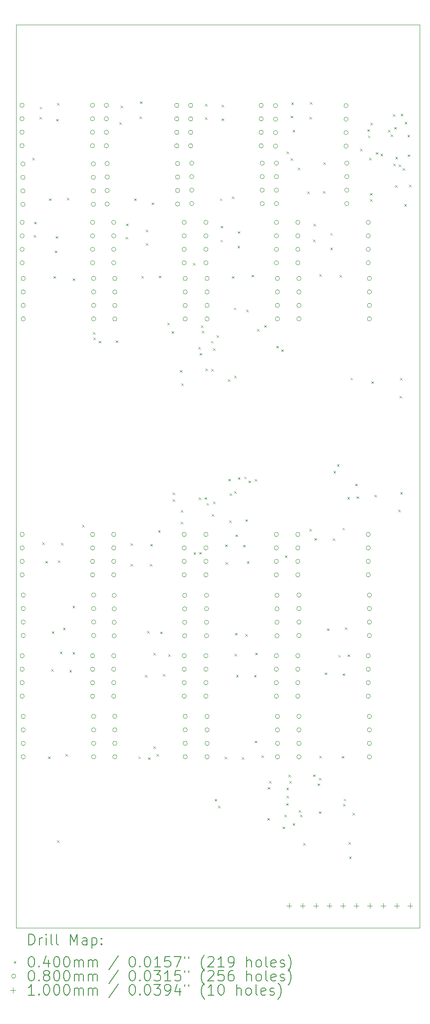
<source format=gbr>
%TF.GenerationSoftware,KiCad,Pcbnew,7.0.1*%
%TF.CreationDate,2024-07-12T17:00:14-07:00*%
%TF.ProjectId,air_foil_pcb,6169725f-666f-4696-9c5f-7063622e6b69,rev?*%
%TF.SameCoordinates,Original*%
%TF.FileFunction,Drillmap*%
%TF.FilePolarity,Positive*%
%FSLAX45Y45*%
G04 Gerber Fmt 4.5, Leading zero omitted, Abs format (unit mm)*
G04 Created by KiCad (PCBNEW 7.0.1) date 2024-07-12 17:00:14*
%MOMM*%
%LPD*%
G01*
G04 APERTURE LIST*
%ADD10C,0.100000*%
%ADD11C,0.200000*%
%ADD12C,0.040000*%
%ADD13C,0.080000*%
G04 APERTURE END LIST*
D10*
X9723120Y-1983740D02*
X2103120Y-1983740D01*
X2103120Y-19001740D01*
X9723120Y-19001740D01*
X9723120Y-1983740D01*
D11*
D12*
X2413320Y-4488500D02*
X2453320Y-4528500D01*
X2453320Y-4488500D02*
X2413320Y-4528500D01*
X2438720Y-5943920D02*
X2478720Y-5983920D01*
X2478720Y-5943920D02*
X2438720Y-5983920D01*
X2441260Y-5697540D02*
X2481260Y-5737540D01*
X2481260Y-5697540D02*
X2441260Y-5737540D01*
X2542860Y-3718880D02*
X2582860Y-3758880D01*
X2582860Y-3718880D02*
X2542860Y-3758880D01*
X2550480Y-3528380D02*
X2590480Y-3568380D01*
X2590480Y-3528380D02*
X2550480Y-3568380D01*
X2598740Y-11740200D02*
X2638740Y-11780200D01*
X2638740Y-11740200D02*
X2598740Y-11780200D01*
X2654620Y-12088180D02*
X2694620Y-12128180D01*
X2694620Y-12088180D02*
X2654620Y-12128180D01*
X2705420Y-15771180D02*
X2745420Y-15811180D01*
X2745420Y-15771180D02*
X2705420Y-15811180D01*
X2723200Y-5255580D02*
X2763200Y-5295580D01*
X2763200Y-5255580D02*
X2723200Y-5295580D01*
X2763840Y-14127800D02*
X2803840Y-14167800D01*
X2803840Y-14127800D02*
X2763840Y-14167800D01*
X2779080Y-13416600D02*
X2819080Y-13456600D01*
X2819080Y-13416600D02*
X2779080Y-13456600D01*
X2809560Y-6721160D02*
X2849560Y-6761160D01*
X2849560Y-6721160D02*
X2809560Y-6761160D01*
X2832420Y-6238560D02*
X2872420Y-6278560D01*
X2872420Y-6238560D02*
X2832420Y-6278560D01*
X2852650Y-5966780D02*
X2892650Y-6006780D01*
X2892650Y-5966780D02*
X2852650Y-6006780D01*
X2857820Y-3756980D02*
X2897820Y-3796980D01*
X2897820Y-3756980D02*
X2857820Y-3796980D01*
X2873060Y-3459800D02*
X2913060Y-3499800D01*
X2913060Y-3459800D02*
X2873060Y-3499800D01*
X2873060Y-17348520D02*
X2913060Y-17388520D01*
X2913060Y-17348520D02*
X2873060Y-17388520D01*
X2895920Y-12075480D02*
X2935920Y-12115480D01*
X2935920Y-12075480D02*
X2895920Y-12115480D01*
X2931480Y-13797600D02*
X2971480Y-13837600D01*
X2971480Y-13797600D02*
X2931480Y-13837600D01*
X2949260Y-11745280D02*
X2989260Y-11785280D01*
X2989260Y-11745280D02*
X2949260Y-11785280D01*
X2989900Y-13348020D02*
X3029900Y-13388020D01*
X3029900Y-13348020D02*
X2989900Y-13388020D01*
X3035620Y-15722920D02*
X3075620Y-15762920D01*
X3075620Y-15722920D02*
X3035620Y-15762920D01*
X3061020Y-5245420D02*
X3101020Y-5285420D01*
X3101020Y-5245420D02*
X3061020Y-5285420D01*
X3109280Y-14143040D02*
X3149280Y-14183040D01*
X3149280Y-14143040D02*
X3109280Y-14183040D01*
X3167700Y-12928920D02*
X3207700Y-12968920D01*
X3207700Y-12928920D02*
X3167700Y-12968920D01*
X3167700Y-13802680D02*
X3207700Y-13842680D01*
X3207700Y-13802680D02*
X3167700Y-13842680D01*
X3170240Y-6764340D02*
X3210240Y-6804340D01*
X3210240Y-6764340D02*
X3170240Y-6804340D01*
X3350580Y-11404920D02*
X3390580Y-11444920D01*
X3390580Y-11404920D02*
X3350580Y-11444920D01*
X3551240Y-7772720D02*
X3591240Y-7812720D01*
X3591240Y-7772720D02*
X3551240Y-7812720D01*
X3558860Y-7876860D02*
X3598860Y-7916860D01*
X3598860Y-7876860D02*
X3558860Y-7916860D01*
X3663000Y-7940360D02*
X3703000Y-7980360D01*
X3703000Y-7940360D02*
X3663000Y-7980360D01*
X3988120Y-7932740D02*
X4028120Y-7972740D01*
X4028120Y-7932740D02*
X3988120Y-7972740D01*
X4054160Y-3823020D02*
X4094160Y-3863020D01*
X4094160Y-3823020D02*
X4054160Y-3863020D01*
X4079560Y-3505520D02*
X4119560Y-3545520D01*
X4119560Y-3505520D02*
X4079560Y-3545520D01*
X4171000Y-5982020D02*
X4211000Y-6022020D01*
X4211000Y-5982020D02*
X4171000Y-6022020D01*
X4181160Y-5730560D02*
X4221160Y-5770560D01*
X4221160Y-5730560D02*
X4181160Y-5770560D01*
X4262440Y-12146600D02*
X4302440Y-12186600D01*
X4302440Y-12146600D02*
X4262440Y-12186600D01*
X4267520Y-11755440D02*
X4307520Y-11795440D01*
X4307520Y-11755440D02*
X4267520Y-11795440D01*
X4333560Y-5255580D02*
X4373560Y-5295580D01*
X4373560Y-5255580D02*
X4333560Y-5295580D01*
X4412300Y-15771180D02*
X4452300Y-15811180D01*
X4452300Y-15771180D02*
X4412300Y-15811180D01*
X4435160Y-3708720D02*
X4475160Y-3748720D01*
X4475160Y-3708720D02*
X4435160Y-3748720D01*
X4445320Y-3426780D02*
X4485320Y-3466780D01*
X4485320Y-3426780D02*
X4445320Y-3466780D01*
X4465640Y-6716080D02*
X4505640Y-6756080D01*
X4505640Y-6716080D02*
X4465640Y-6756080D01*
X4536760Y-14234480D02*
X4576760Y-14274480D01*
X4576760Y-14234480D02*
X4536760Y-14274480D01*
X4554450Y-6101400D02*
X4594450Y-6141400D01*
X4594450Y-6101400D02*
X4554450Y-6141400D01*
X4554670Y-5844860D02*
X4594670Y-5884860D01*
X4594670Y-5844860D02*
X4554670Y-5884860D01*
X4577400Y-13406440D02*
X4617400Y-13446440D01*
X4617400Y-13406440D02*
X4577400Y-13446440D01*
X4595180Y-15788960D02*
X4635180Y-15828960D01*
X4635180Y-15788960D02*
X4595180Y-15828960D01*
X4628200Y-12144060D02*
X4668200Y-12184060D01*
X4668200Y-12144060D02*
X4628200Y-12184060D01*
X4635820Y-11768140D02*
X4675820Y-11808140D01*
X4675820Y-11768140D02*
X4635820Y-11808140D01*
X4663760Y-5331780D02*
X4703760Y-5371780D01*
X4703760Y-5331780D02*
X4663760Y-5371780D01*
X4694240Y-15583220D02*
X4734240Y-15623220D01*
X4734240Y-15583220D02*
X4694240Y-15623220D01*
X4696780Y-13820460D02*
X4736780Y-13860460D01*
X4736780Y-13820460D02*
X4696780Y-13860460D01*
X4757740Y-15725460D02*
X4797740Y-15765460D01*
X4797740Y-15725460D02*
X4757740Y-15765460D01*
X4785680Y-11506520D02*
X4825680Y-11546520D01*
X4825680Y-11506520D02*
X4785680Y-11546520D01*
X4798380Y-6713540D02*
X4838380Y-6753540D01*
X4838380Y-6713540D02*
X4798380Y-6753540D01*
X4826320Y-13419140D02*
X4866320Y-13459140D01*
X4866320Y-13419140D02*
X4826320Y-13459140D01*
X4872040Y-14216700D02*
X4912040Y-14256700D01*
X4912040Y-14216700D02*
X4872040Y-14256700D01*
X4958400Y-7594920D02*
X4998400Y-7634920D01*
X4998400Y-7594920D02*
X4958400Y-7634920D01*
X4976180Y-13845860D02*
X5016180Y-13885860D01*
X5016180Y-13845860D02*
X4976180Y-13885860D01*
X5039680Y-7757480D02*
X5079680Y-7797480D01*
X5079680Y-7757480D02*
X5039680Y-7797480D01*
X5060000Y-10797860D02*
X5100000Y-10837860D01*
X5100000Y-10797860D02*
X5060000Y-10837860D01*
X5062540Y-10927400D02*
X5102540Y-10967400D01*
X5102540Y-10927400D02*
X5062540Y-10967400D01*
X5197160Y-8491540D02*
X5237160Y-8531540D01*
X5237160Y-8491540D02*
X5197160Y-8531540D01*
X5212400Y-11128060D02*
X5252400Y-11168060D01*
X5252400Y-11128060D02*
X5212400Y-11168060D01*
X5214940Y-11349040D02*
X5254940Y-11389040D01*
X5254940Y-11349040D02*
X5214940Y-11389040D01*
X5220020Y-8737920D02*
X5260020Y-8777920D01*
X5260020Y-8737920D02*
X5220020Y-8777920D01*
X5441000Y-6472240D02*
X5481000Y-6512240D01*
X5481000Y-6472240D02*
X5441000Y-6512240D01*
X5453700Y-11925620D02*
X5493700Y-11965620D01*
X5493700Y-11925620D02*
X5453700Y-11965620D01*
X5545140Y-8057200D02*
X5585140Y-8097200D01*
X5585140Y-8057200D02*
X5545140Y-8097200D01*
X5552760Y-10890570D02*
X5592760Y-10930570D01*
X5592760Y-10890570D02*
X5552760Y-10930570D01*
X5557840Y-11920540D02*
X5597840Y-11960540D01*
X5597840Y-11920540D02*
X5557840Y-11960540D01*
X5570540Y-8168960D02*
X5610540Y-8208960D01*
X5610540Y-8168960D02*
X5570540Y-8208960D01*
X5595940Y-7650800D02*
X5635940Y-7690800D01*
X5635940Y-7650800D02*
X5595940Y-7690800D01*
X5611180Y-7749860D02*
X5651180Y-7789860D01*
X5651180Y-7749860D02*
X5611180Y-7789860D01*
X5664520Y-10886760D02*
X5704520Y-10926760D01*
X5704520Y-10886760D02*
X5664520Y-10926760D01*
X5669600Y-3472500D02*
X5709600Y-3512500D01*
X5709600Y-3472500D02*
X5669600Y-3512500D01*
X5669600Y-3729040D02*
X5709600Y-3769040D01*
X5709600Y-3729040D02*
X5669600Y-3769040D01*
X5677220Y-8461060D02*
X5717220Y-8501060D01*
X5717220Y-8461060D02*
X5677220Y-8501060D01*
X5700080Y-10995980D02*
X5740080Y-11035980D01*
X5740080Y-10995980D02*
X5700080Y-11035980D01*
X5783900Y-7940360D02*
X5823900Y-7980360D01*
X5823900Y-7940360D02*
X5783900Y-7980360D01*
X5788980Y-8471220D02*
X5828980Y-8511220D01*
X5828980Y-8471220D02*
X5788980Y-8511220D01*
X5799140Y-11204260D02*
X5839140Y-11244260D01*
X5839140Y-11204260D02*
X5799140Y-11244260D01*
X5819460Y-8080060D02*
X5859460Y-8120060D01*
X5859460Y-8080060D02*
X5819460Y-8120060D01*
X5822000Y-10965500D02*
X5862000Y-11005500D01*
X5862000Y-10965500D02*
X5822000Y-11005500D01*
X5852480Y-16571280D02*
X5892480Y-16611280D01*
X5892480Y-16571280D02*
X5852480Y-16611280D01*
X5890580Y-7836220D02*
X5930580Y-7876220D01*
X5930580Y-7836220D02*
X5890580Y-7876220D01*
X5913440Y-16700820D02*
X5953440Y-16740820D01*
X5953440Y-16700820D02*
X5913440Y-16740820D01*
X5954080Y-5255580D02*
X5994080Y-5295580D01*
X5994080Y-5255580D02*
X5954080Y-5295580D01*
X5961700Y-6035360D02*
X6001700Y-6075360D01*
X6001700Y-6035360D02*
X5961700Y-6075360D01*
X5969320Y-5773740D02*
X6009320Y-5813740D01*
X6009320Y-5773740D02*
X5969320Y-5813740D01*
X5984560Y-3490280D02*
X6024560Y-3530280D01*
X6024560Y-3490280D02*
X5984560Y-3530280D01*
X5984560Y-3749360D02*
X6024560Y-3789360D01*
X6024560Y-3749360D02*
X5984560Y-3789360D01*
X6042980Y-15773720D02*
X6082980Y-15813720D01*
X6082980Y-15773720D02*
X6042980Y-15813720D01*
X6050600Y-11775760D02*
X6090600Y-11815760D01*
X6090600Y-11775760D02*
X6050600Y-11815760D01*
X6060760Y-12111040D02*
X6100760Y-12151040D01*
X6100760Y-12111040D02*
X6060760Y-12151040D01*
X6098860Y-8664260D02*
X6138860Y-8704260D01*
X6138860Y-8664260D02*
X6098860Y-8704260D01*
X6111560Y-10538780D02*
X6151560Y-10578780D01*
X6151560Y-10538780D02*
X6111560Y-10578780D01*
X6124260Y-11321100D02*
X6164260Y-11361100D01*
X6164260Y-11321100D02*
X6124260Y-11361100D01*
X6136960Y-10815640D02*
X6176960Y-10855640D01*
X6176960Y-10815640D02*
X6136960Y-10855640D01*
X6175060Y-5220020D02*
X6215060Y-5260020D01*
X6215060Y-5220020D02*
X6175060Y-5260020D01*
X6175060Y-6721160D02*
X6215060Y-6761160D01*
X6215060Y-6721160D02*
X6175060Y-6761160D01*
X6215700Y-7312980D02*
X6255700Y-7352980D01*
X6255700Y-7312980D02*
X6215700Y-7352980D01*
X6223320Y-8598220D02*
X6263320Y-8638220D01*
X6263320Y-8598220D02*
X6223320Y-8638220D01*
X6223320Y-10772460D02*
X6263320Y-10812460D01*
X6263320Y-10772460D02*
X6223320Y-10812460D01*
X6225860Y-13838240D02*
X6265860Y-13878240D01*
X6265860Y-13838240D02*
X6225860Y-13878240D01*
X6238560Y-13444540D02*
X6278560Y-13484540D01*
X6278560Y-13444540D02*
X6238560Y-13484540D01*
X6246180Y-11590340D02*
X6286180Y-11630340D01*
X6286180Y-11590340D02*
X6246180Y-11630340D01*
X6258880Y-14234480D02*
X6298880Y-14274480D01*
X6298880Y-14234480D02*
X6258880Y-14274480D01*
X6283030Y-6149660D02*
X6323030Y-6189660D01*
X6323030Y-6149660D02*
X6283030Y-6189660D01*
X6285570Y-5875340D02*
X6325570Y-5915340D01*
X6325570Y-5875340D02*
X6285570Y-5915340D01*
X6291900Y-10508300D02*
X6331900Y-10548300D01*
X6331900Y-10508300D02*
X6291900Y-10548300D01*
X6363020Y-15786420D02*
X6403020Y-15826420D01*
X6403020Y-15786420D02*
X6363020Y-15826420D01*
X6390960Y-11783380D02*
X6430960Y-11823380D01*
X6430960Y-11783380D02*
X6390960Y-11823380D01*
X6411280Y-10498140D02*
X6451280Y-10538140D01*
X6451280Y-10498140D02*
X6411280Y-10538140D01*
X6433223Y-11302279D02*
X6473223Y-11342279D01*
X6473223Y-11302279D02*
X6433223Y-11342279D01*
X6434140Y-13464860D02*
X6474140Y-13504860D01*
X6474140Y-13464860D02*
X6434140Y-13504860D01*
X6449380Y-7353620D02*
X6489380Y-7393620D01*
X6489380Y-7353620D02*
X6449380Y-7393620D01*
X6462080Y-12090720D02*
X6502080Y-12130720D01*
X6502080Y-12090720D02*
X6462080Y-12130720D01*
X6490020Y-10574340D02*
X6530020Y-10614340D01*
X6530020Y-10574340D02*
X6490020Y-10614340D01*
X6548440Y-6695760D02*
X6588440Y-6735760D01*
X6588440Y-6695760D02*
X6548440Y-6735760D01*
X6596700Y-14237020D02*
X6636700Y-14277020D01*
X6636700Y-14237020D02*
X6596700Y-14277020D01*
X6608130Y-15475270D02*
X6648130Y-15515270D01*
X6648130Y-15475270D02*
X6608130Y-15515270D01*
X6609400Y-10543860D02*
X6649400Y-10583860D01*
X6649400Y-10543860D02*
X6609400Y-10583860D01*
X6619560Y-13815380D02*
X6659560Y-13855380D01*
X6659560Y-13815380D02*
X6619560Y-13855380D01*
X6652580Y-7716840D02*
X6692580Y-7756840D01*
X6692580Y-7716840D02*
X6652580Y-7756840D01*
X6736400Y-15753400D02*
X6776400Y-15793400D01*
X6776400Y-15753400D02*
X6736400Y-15793400D01*
X6787200Y-7643180D02*
X6827200Y-7683180D01*
X6827200Y-7643180D02*
X6787200Y-7683180D01*
X6845620Y-16931960D02*
X6885620Y-16971960D01*
X6885620Y-16931960D02*
X6845620Y-16971960D01*
X6855780Y-16347760D02*
X6895780Y-16387760D01*
X6895780Y-16347760D02*
X6855780Y-16387760D01*
X6881180Y-16230920D02*
X6921180Y-16270920D01*
X6921180Y-16230920D02*
X6881180Y-16270920D01*
X7013260Y-8034340D02*
X7053260Y-8074340D01*
X7053260Y-8034340D02*
X7013260Y-8074340D01*
X7112320Y-8100380D02*
X7152320Y-8140380D01*
X7152320Y-8100380D02*
X7112320Y-8140380D01*
X7132640Y-17091980D02*
X7172640Y-17131980D01*
X7172640Y-17091980D02*
X7132640Y-17131980D01*
X7168200Y-16865920D02*
X7208200Y-16905920D01*
X7208200Y-16865920D02*
X7168200Y-16905920D01*
X7180900Y-11984040D02*
X7220900Y-12024040D01*
X7220900Y-11984040D02*
X7180900Y-12024040D01*
X7201220Y-16652560D02*
X7241220Y-16692560D01*
X7241220Y-16652560D02*
X7201220Y-16692560D01*
X7206300Y-16360460D02*
X7246300Y-16400460D01*
X7246300Y-16360460D02*
X7206300Y-16400460D01*
X7211380Y-4371660D02*
X7251380Y-4411660D01*
X7251380Y-4371660D02*
X7211380Y-4411660D01*
X7211380Y-16510320D02*
X7251380Y-16550320D01*
X7251380Y-16510320D02*
X7211380Y-16550320D01*
X7244400Y-16114080D02*
X7284400Y-16154080D01*
X7284400Y-16114080D02*
X7244400Y-16154080D01*
X7262180Y-16233460D02*
X7302180Y-16273460D01*
X7302180Y-16233460D02*
X7262180Y-16273460D01*
X7287580Y-3698560D02*
X7327580Y-3738560D01*
X7327580Y-3698560D02*
X7287580Y-3738560D01*
X7287580Y-4496120D02*
X7327580Y-4536120D01*
X7327580Y-4496120D02*
X7287580Y-4536120D01*
X7300280Y-3447100D02*
X7340280Y-3487100D01*
X7340280Y-3447100D02*
X7300280Y-3487100D01*
X7325680Y-3967800D02*
X7365680Y-4007800D01*
X7365680Y-3967800D02*
X7325680Y-4007800D01*
X7325680Y-17028480D02*
X7365680Y-17068480D01*
X7365680Y-17028480D02*
X7325680Y-17068480D01*
X7419660Y-4679000D02*
X7459660Y-4719000D01*
X7459660Y-4679000D02*
X7419660Y-4719000D01*
X7439980Y-16782100D02*
X7479980Y-16822100D01*
X7479980Y-16782100D02*
X7439980Y-16822100D01*
X7465380Y-16871000D02*
X7505380Y-16911000D01*
X7505380Y-16871000D02*
X7465380Y-16911000D01*
X7523800Y-17404400D02*
X7563800Y-17444400D01*
X7563800Y-17404400D02*
X7523800Y-17444400D01*
X7600000Y-5126040D02*
X7640000Y-5166040D01*
X7640000Y-5126040D02*
X7600000Y-5166040D01*
X7643180Y-11483660D02*
X7683180Y-11523660D01*
X7683180Y-11483660D02*
X7643180Y-11523660D01*
X7645720Y-3721420D02*
X7685720Y-3761420D01*
X7685720Y-3721420D02*
X7645720Y-3761420D01*
X7650800Y-3439480D02*
X7690800Y-3479480D01*
X7690800Y-3439480D02*
X7650800Y-3479480D01*
X7709220Y-6032820D02*
X7749220Y-6072820D01*
X7749220Y-6032820D02*
X7709220Y-6072820D01*
X7711760Y-16111540D02*
X7751760Y-16151540D01*
X7751760Y-16111540D02*
X7711760Y-16151540D01*
X7716840Y-5735640D02*
X7756840Y-5775640D01*
X7756840Y-5735640D02*
X7716840Y-5775640D01*
X7737160Y-11656380D02*
X7777160Y-11696380D01*
X7777160Y-11656380D02*
X7737160Y-11696380D01*
X7795580Y-16279180D02*
X7835580Y-16319180D01*
X7835580Y-16279180D02*
X7795580Y-16319180D01*
X7818440Y-16804960D02*
X7858440Y-16844960D01*
X7858440Y-16804960D02*
X7818440Y-16844960D01*
X7823520Y-16172500D02*
X7863520Y-16212500D01*
X7863520Y-16172500D02*
X7823520Y-16212500D01*
X7828600Y-6685600D02*
X7868600Y-6725600D01*
X7868600Y-6685600D02*
X7828600Y-6725600D01*
X7831140Y-15761020D02*
X7871140Y-15801020D01*
X7871140Y-15761020D02*
X7831140Y-15801020D01*
X7894640Y-5115880D02*
X7934640Y-5155880D01*
X7934640Y-5115880D02*
X7894640Y-5155880D01*
X7907340Y-4577400D02*
X7947340Y-4617400D01*
X7947340Y-4577400D02*
X7907340Y-4617400D01*
X7932740Y-14188760D02*
X7972740Y-14228760D01*
X7972740Y-14188760D02*
X7932740Y-14228760D01*
X7973380Y-13358180D02*
X8013380Y-13398180D01*
X8013380Y-13358180D02*
X7973380Y-13398180D01*
X8036790Y-5908360D02*
X8076790Y-5948360D01*
X8076790Y-5908360D02*
X8036790Y-5948360D01*
X8036790Y-6185220D02*
X8076790Y-6225220D01*
X8076790Y-6185220D02*
X8036790Y-6225220D01*
X8082600Y-11664000D02*
X8122600Y-11704000D01*
X8122600Y-11664000D02*
X8082600Y-11704000D01*
X8095300Y-10388920D02*
X8135300Y-10428920D01*
X8135300Y-10388920D02*
X8095300Y-10428920D01*
X8163880Y-10267000D02*
X8203880Y-10307000D01*
X8203880Y-10267000D02*
X8163880Y-10307000D01*
X8189280Y-13858560D02*
X8229280Y-13898560D01*
X8229280Y-13858560D02*
X8189280Y-13898560D01*
X8212140Y-6700840D02*
X8252140Y-6740840D01*
X8252140Y-6700840D02*
X8212140Y-6740840D01*
X8252780Y-15763560D02*
X8292780Y-15803560D01*
X8292780Y-15763560D02*
X8252780Y-15803560D01*
X8265480Y-11463340D02*
X8305480Y-11503340D01*
X8305480Y-11463340D02*
X8265480Y-11503340D01*
X8270560Y-14206540D02*
X8310560Y-14246540D01*
X8310560Y-14206540D02*
X8270560Y-14246540D01*
X8280720Y-16667800D02*
X8320720Y-16707800D01*
X8320720Y-16667800D02*
X8280720Y-16707800D01*
X8290880Y-16568740D02*
X8330880Y-16608740D01*
X8330880Y-16568740D02*
X8290880Y-16608740D01*
X8313740Y-13340400D02*
X8353740Y-13380400D01*
X8353740Y-13340400D02*
X8313740Y-13380400D01*
X8358190Y-10882950D02*
X8398190Y-10922950D01*
X8398190Y-10882950D02*
X8358190Y-10922950D01*
X8359460Y-13850940D02*
X8399460Y-13890940D01*
X8399460Y-13850940D02*
X8359460Y-13890940D01*
X8379780Y-17384080D02*
X8419780Y-17424080D01*
X8419780Y-17384080D02*
X8379780Y-17424080D01*
X8392480Y-17655860D02*
X8432480Y-17695860D01*
X8432480Y-17655860D02*
X8392480Y-17695860D01*
X8417880Y-8633780D02*
X8457880Y-8673780D01*
X8457880Y-8633780D02*
X8417880Y-8673780D01*
X8458520Y-16835440D02*
X8498520Y-16875440D01*
X8498520Y-16835440D02*
X8458520Y-16875440D01*
X8506780Y-10632760D02*
X8546780Y-10672760D01*
X8546780Y-10632760D02*
X8506780Y-10672760D01*
X8534720Y-10868980D02*
X8574720Y-10908980D01*
X8574720Y-10868980D02*
X8534720Y-10908980D01*
X8600760Y-4323400D02*
X8640760Y-4363400D01*
X8640760Y-4323400D02*
X8600760Y-4363400D01*
X8737920Y-3952560D02*
X8777920Y-3992560D01*
X8777920Y-3952560D02*
X8737920Y-3992560D01*
X8748080Y-4071940D02*
X8788080Y-4111940D01*
X8788080Y-4071940D02*
X8748080Y-4111940D01*
X8765860Y-4488500D02*
X8805860Y-4528500D01*
X8805860Y-4488500D02*
X8765860Y-4528500D01*
X8786180Y-5153980D02*
X8826180Y-5193980D01*
X8826180Y-5153980D02*
X8786180Y-5193980D01*
X8786180Y-5268280D02*
X8826180Y-5308280D01*
X8826180Y-5268280D02*
X8786180Y-5308280D01*
X8796340Y-3830640D02*
X8836340Y-3870640D01*
X8836340Y-3830640D02*
X8796340Y-3870640D01*
X8811580Y-8702360D02*
X8851580Y-8742360D01*
X8851580Y-8702360D02*
X8811580Y-8742360D01*
X8870000Y-10841040D02*
X8910000Y-10881040D01*
X8910000Y-10841040D02*
X8870000Y-10881040D01*
X8897940Y-4384360D02*
X8937940Y-4424360D01*
X8937940Y-4384360D02*
X8897940Y-4424360D01*
X8984300Y-4414840D02*
X9024300Y-4454840D01*
X9024300Y-4414840D02*
X8984300Y-4454840D01*
X9121460Y-3965260D02*
X9161460Y-4005260D01*
X9161460Y-3965260D02*
X9121460Y-4005260D01*
X9174800Y-4051620D02*
X9214800Y-4091620D01*
X9214800Y-4051620D02*
X9174800Y-4091620D01*
X9215440Y-3668080D02*
X9255440Y-3708080D01*
X9255440Y-3668080D02*
X9215440Y-3708080D01*
X9224330Y-4601530D02*
X9264330Y-4641530D01*
X9264330Y-4601530D02*
X9224330Y-4641530D01*
X9241890Y-3909380D02*
X9281890Y-3949380D01*
X9281890Y-3909380D02*
X9241890Y-3949380D01*
X9261160Y-5006660D02*
X9301160Y-5046660D01*
X9301160Y-5006660D02*
X9261160Y-5046660D01*
X9263991Y-4473551D02*
X9303991Y-4513551D01*
X9303991Y-4473551D02*
X9263991Y-4513551D01*
X9322120Y-11117900D02*
X9362120Y-11157900D01*
X9362120Y-11117900D02*
X9322120Y-11157900D01*
X9324660Y-4615500D02*
X9364660Y-4655500D01*
X9364660Y-4615500D02*
X9324660Y-4655500D01*
X9342440Y-8979220D02*
X9382440Y-9019220D01*
X9382440Y-8979220D02*
X9342440Y-9019220D01*
X9352600Y-8641400D02*
X9392600Y-8681400D01*
X9392600Y-8641400D02*
X9352600Y-8681400D01*
X9357680Y-10790240D02*
X9397680Y-10830240D01*
X9397680Y-10790240D02*
X9357680Y-10830240D01*
X9365300Y-3663000D02*
X9405300Y-3703000D01*
X9405300Y-3663000D02*
X9365300Y-3703000D01*
X9405940Y-4684080D02*
X9445940Y-4724080D01*
X9445940Y-4684080D02*
X9405940Y-4724080D01*
X9433880Y-5359720D02*
X9473880Y-5399720D01*
X9473880Y-5359720D02*
X9433880Y-5399720D01*
X9441500Y-3812860D02*
X9481500Y-3852860D01*
X9481500Y-3812860D02*
X9441500Y-3852860D01*
X9492300Y-4056700D02*
X9532300Y-4096700D01*
X9532300Y-4056700D02*
X9492300Y-4096700D01*
X9497380Y-4427540D02*
X9537380Y-4467540D01*
X9537380Y-4427540D02*
X9497380Y-4467540D01*
X9520240Y-4999040D02*
X9560240Y-5039040D01*
X9560240Y-4999040D02*
X9520240Y-5039040D01*
D13*
X2254960Y-3501340D02*
G75*
G03*
X2254960Y-3501340I-40000J0D01*
G01*
X2254960Y-3755340D02*
G75*
G03*
X2254960Y-3755340I-40000J0D01*
G01*
X2254960Y-4009340D02*
G75*
G03*
X2254960Y-4009340I-40000J0D01*
G01*
X2254960Y-4263340D02*
G75*
G03*
X2254960Y-4263340I-40000J0D01*
G01*
X2257740Y-5706680D02*
G75*
G03*
X2257740Y-5706680I-40000J0D01*
G01*
X2257740Y-5960680D02*
G75*
G03*
X2257740Y-5960680I-40000J0D01*
G01*
X2257740Y-6214680D02*
G75*
G03*
X2257740Y-6214680I-40000J0D01*
G01*
X2257740Y-6468680D02*
G75*
G03*
X2257740Y-6468680I-40000J0D01*
G01*
X2257740Y-11587480D02*
G75*
G03*
X2257740Y-11587480I-40000J0D01*
G01*
X2257740Y-11841480D02*
G75*
G03*
X2257740Y-11841480I-40000J0D01*
G01*
X2257740Y-12095480D02*
G75*
G03*
X2257740Y-12095480I-40000J0D01*
G01*
X2257740Y-12349480D02*
G75*
G03*
X2257740Y-12349480I-40000J0D01*
G01*
X2257740Y-13873480D02*
G75*
G03*
X2257740Y-13873480I-40000J0D01*
G01*
X2257740Y-14127480D02*
G75*
G03*
X2257740Y-14127480I-40000J0D01*
G01*
X2257740Y-14381480D02*
G75*
G03*
X2257740Y-14381480I-40000J0D01*
G01*
X2257740Y-14635480D02*
G75*
G03*
X2257740Y-14635480I-40000J0D01*
G01*
X2272660Y-4605020D02*
G75*
G03*
X2272660Y-4605020I-40000J0D01*
G01*
X2272660Y-4859020D02*
G75*
G03*
X2272660Y-4859020I-40000J0D01*
G01*
X2272660Y-5113020D02*
G75*
G03*
X2272660Y-5113020I-40000J0D01*
G01*
X2272660Y-5367020D02*
G75*
G03*
X2272660Y-5367020I-40000J0D01*
G01*
X2277740Y-6763320D02*
G75*
G03*
X2277740Y-6763320I-40000J0D01*
G01*
X2277740Y-7017320D02*
G75*
G03*
X2277740Y-7017320I-40000J0D01*
G01*
X2277740Y-7271320D02*
G75*
G03*
X2277740Y-7271320I-40000J0D01*
G01*
X2277740Y-7525320D02*
G75*
G03*
X2277740Y-7525320I-40000J0D01*
G01*
X2277740Y-12730480D02*
G75*
G03*
X2277740Y-12730480I-40000J0D01*
G01*
X2277740Y-12984480D02*
G75*
G03*
X2277740Y-12984480I-40000J0D01*
G01*
X2277740Y-13238480D02*
G75*
G03*
X2277740Y-13238480I-40000J0D01*
G01*
X2277740Y-13492480D02*
G75*
G03*
X2277740Y-13492480I-40000J0D01*
G01*
X2277740Y-15016480D02*
G75*
G03*
X2277740Y-15016480I-40000J0D01*
G01*
X2277740Y-15270480D02*
G75*
G03*
X2277740Y-15270480I-40000J0D01*
G01*
X2277740Y-15524480D02*
G75*
G03*
X2277740Y-15524480I-40000J0D01*
G01*
X2277740Y-15778480D02*
G75*
G03*
X2277740Y-15778480I-40000J0D01*
G01*
X3584960Y-3501340D02*
G75*
G03*
X3584960Y-3501340I-40000J0D01*
G01*
X3584960Y-3755340D02*
G75*
G03*
X3584960Y-3755340I-40000J0D01*
G01*
X3584960Y-4009340D02*
G75*
G03*
X3584960Y-4009340I-40000J0D01*
G01*
X3584960Y-4263340D02*
G75*
G03*
X3584960Y-4263340I-40000J0D01*
G01*
X3587740Y-5706680D02*
G75*
G03*
X3587740Y-5706680I-40000J0D01*
G01*
X3587740Y-5960680D02*
G75*
G03*
X3587740Y-5960680I-40000J0D01*
G01*
X3587740Y-6214680D02*
G75*
G03*
X3587740Y-6214680I-40000J0D01*
G01*
X3587740Y-6468680D02*
G75*
G03*
X3587740Y-6468680I-40000J0D01*
G01*
X3587740Y-11587480D02*
G75*
G03*
X3587740Y-11587480I-40000J0D01*
G01*
X3587740Y-11841480D02*
G75*
G03*
X3587740Y-11841480I-40000J0D01*
G01*
X3587740Y-12095480D02*
G75*
G03*
X3587740Y-12095480I-40000J0D01*
G01*
X3587740Y-12349480D02*
G75*
G03*
X3587740Y-12349480I-40000J0D01*
G01*
X3587740Y-13873480D02*
G75*
G03*
X3587740Y-13873480I-40000J0D01*
G01*
X3587740Y-14127480D02*
G75*
G03*
X3587740Y-14127480I-40000J0D01*
G01*
X3587740Y-14381480D02*
G75*
G03*
X3587740Y-14381480I-40000J0D01*
G01*
X3587740Y-14635480D02*
G75*
G03*
X3587740Y-14635480I-40000J0D01*
G01*
X3602660Y-4605020D02*
G75*
G03*
X3602660Y-4605020I-40000J0D01*
G01*
X3602660Y-4859020D02*
G75*
G03*
X3602660Y-4859020I-40000J0D01*
G01*
X3602660Y-5113020D02*
G75*
G03*
X3602660Y-5113020I-40000J0D01*
G01*
X3602660Y-5367020D02*
G75*
G03*
X3602660Y-5367020I-40000J0D01*
G01*
X3607740Y-6763320D02*
G75*
G03*
X3607740Y-6763320I-40000J0D01*
G01*
X3607740Y-7017320D02*
G75*
G03*
X3607740Y-7017320I-40000J0D01*
G01*
X3607740Y-7271320D02*
G75*
G03*
X3607740Y-7271320I-40000J0D01*
G01*
X3607740Y-7525320D02*
G75*
G03*
X3607740Y-7525320I-40000J0D01*
G01*
X3607740Y-12730480D02*
G75*
G03*
X3607740Y-12730480I-40000J0D01*
G01*
X3607740Y-12984480D02*
G75*
G03*
X3607740Y-12984480I-40000J0D01*
G01*
X3607740Y-13238480D02*
G75*
G03*
X3607740Y-13238480I-40000J0D01*
G01*
X3607740Y-13492480D02*
G75*
G03*
X3607740Y-13492480I-40000J0D01*
G01*
X3607740Y-15016480D02*
G75*
G03*
X3607740Y-15016480I-40000J0D01*
G01*
X3607740Y-15270480D02*
G75*
G03*
X3607740Y-15270480I-40000J0D01*
G01*
X3607740Y-15524480D02*
G75*
G03*
X3607740Y-15524480I-40000J0D01*
G01*
X3607740Y-15778480D02*
G75*
G03*
X3607740Y-15778480I-40000J0D01*
G01*
X3847540Y-3502560D02*
G75*
G03*
X3847540Y-3502560I-40000J0D01*
G01*
X3847540Y-3756560D02*
G75*
G03*
X3847540Y-3756560I-40000J0D01*
G01*
X3847540Y-4010560D02*
G75*
G03*
X3847540Y-4010560I-40000J0D01*
G01*
X3847540Y-4264560D02*
G75*
G03*
X3847540Y-4264560I-40000J0D01*
G01*
X3863660Y-4598335D02*
G75*
G03*
X3863660Y-4598335I-40000J0D01*
G01*
X3863660Y-4852335D02*
G75*
G03*
X3863660Y-4852335I-40000J0D01*
G01*
X3863660Y-5106335D02*
G75*
G03*
X3863660Y-5106335I-40000J0D01*
G01*
X3863660Y-5360335D02*
G75*
G03*
X3863660Y-5360335I-40000J0D01*
G01*
X3986920Y-5706060D02*
G75*
G03*
X3986920Y-5706060I-40000J0D01*
G01*
X3986920Y-5960060D02*
G75*
G03*
X3986920Y-5960060I-40000J0D01*
G01*
X3986920Y-6214060D02*
G75*
G03*
X3986920Y-6214060I-40000J0D01*
G01*
X3986920Y-6468060D02*
G75*
G03*
X3986920Y-6468060I-40000J0D01*
G01*
X3986920Y-11587480D02*
G75*
G03*
X3986920Y-11587480I-40000J0D01*
G01*
X3986920Y-11841480D02*
G75*
G03*
X3986920Y-11841480I-40000J0D01*
G01*
X3986920Y-12095480D02*
G75*
G03*
X3986920Y-12095480I-40000J0D01*
G01*
X3986920Y-12349480D02*
G75*
G03*
X3986920Y-12349480I-40000J0D01*
G01*
X3986920Y-13873480D02*
G75*
G03*
X3986920Y-13873480I-40000J0D01*
G01*
X3986920Y-14127480D02*
G75*
G03*
X3986920Y-14127480I-40000J0D01*
G01*
X3986920Y-14381480D02*
G75*
G03*
X3986920Y-14381480I-40000J0D01*
G01*
X3986920Y-14635480D02*
G75*
G03*
X3986920Y-14635480I-40000J0D01*
G01*
X3995740Y-12735560D02*
G75*
G03*
X3995740Y-12735560I-40000J0D01*
G01*
X3995740Y-12989560D02*
G75*
G03*
X3995740Y-12989560I-40000J0D01*
G01*
X3995740Y-13243560D02*
G75*
G03*
X3995740Y-13243560I-40000J0D01*
G01*
X3995740Y-13497560D02*
G75*
G03*
X3995740Y-13497560I-40000J0D01*
G01*
X4006920Y-6763320D02*
G75*
G03*
X4006920Y-6763320I-40000J0D01*
G01*
X4006920Y-7017320D02*
G75*
G03*
X4006920Y-7017320I-40000J0D01*
G01*
X4006920Y-7271320D02*
G75*
G03*
X4006920Y-7271320I-40000J0D01*
G01*
X4006920Y-7525320D02*
G75*
G03*
X4006920Y-7525320I-40000J0D01*
G01*
X4006920Y-15016480D02*
G75*
G03*
X4006920Y-15016480I-40000J0D01*
G01*
X4006920Y-15270480D02*
G75*
G03*
X4006920Y-15270480I-40000J0D01*
G01*
X4006920Y-15524480D02*
G75*
G03*
X4006920Y-15524480I-40000J0D01*
G01*
X4006920Y-15778480D02*
G75*
G03*
X4006920Y-15778480I-40000J0D01*
G01*
X5177540Y-3502560D02*
G75*
G03*
X5177540Y-3502560I-40000J0D01*
G01*
X5177540Y-3756560D02*
G75*
G03*
X5177540Y-3756560I-40000J0D01*
G01*
X5177540Y-4010560D02*
G75*
G03*
X5177540Y-4010560I-40000J0D01*
G01*
X5177540Y-4264560D02*
G75*
G03*
X5177540Y-4264560I-40000J0D01*
G01*
X5193660Y-4598335D02*
G75*
G03*
X5193660Y-4598335I-40000J0D01*
G01*
X5193660Y-4852335D02*
G75*
G03*
X5193660Y-4852335I-40000J0D01*
G01*
X5193660Y-5106335D02*
G75*
G03*
X5193660Y-5106335I-40000J0D01*
G01*
X5193660Y-5360335D02*
G75*
G03*
X5193660Y-5360335I-40000J0D01*
G01*
X5316920Y-5706060D02*
G75*
G03*
X5316920Y-5706060I-40000J0D01*
G01*
X5316920Y-5960060D02*
G75*
G03*
X5316920Y-5960060I-40000J0D01*
G01*
X5316920Y-6214060D02*
G75*
G03*
X5316920Y-6214060I-40000J0D01*
G01*
X5316920Y-6468060D02*
G75*
G03*
X5316920Y-6468060I-40000J0D01*
G01*
X5316920Y-11587480D02*
G75*
G03*
X5316920Y-11587480I-40000J0D01*
G01*
X5316920Y-11841480D02*
G75*
G03*
X5316920Y-11841480I-40000J0D01*
G01*
X5316920Y-12095480D02*
G75*
G03*
X5316920Y-12095480I-40000J0D01*
G01*
X5316920Y-12349480D02*
G75*
G03*
X5316920Y-12349480I-40000J0D01*
G01*
X5316920Y-13873480D02*
G75*
G03*
X5316920Y-13873480I-40000J0D01*
G01*
X5316920Y-14127480D02*
G75*
G03*
X5316920Y-14127480I-40000J0D01*
G01*
X5316920Y-14381480D02*
G75*
G03*
X5316920Y-14381480I-40000J0D01*
G01*
X5316920Y-14635480D02*
G75*
G03*
X5316920Y-14635480I-40000J0D01*
G01*
X5325740Y-12735560D02*
G75*
G03*
X5325740Y-12735560I-40000J0D01*
G01*
X5325740Y-12989560D02*
G75*
G03*
X5325740Y-12989560I-40000J0D01*
G01*
X5325740Y-13243560D02*
G75*
G03*
X5325740Y-13243560I-40000J0D01*
G01*
X5325740Y-13497560D02*
G75*
G03*
X5325740Y-13497560I-40000J0D01*
G01*
X5336920Y-6763320D02*
G75*
G03*
X5336920Y-6763320I-40000J0D01*
G01*
X5336920Y-7017320D02*
G75*
G03*
X5336920Y-7017320I-40000J0D01*
G01*
X5336920Y-7271320D02*
G75*
G03*
X5336920Y-7271320I-40000J0D01*
G01*
X5336920Y-7525320D02*
G75*
G03*
X5336920Y-7525320I-40000J0D01*
G01*
X5336920Y-15016480D02*
G75*
G03*
X5336920Y-15016480I-40000J0D01*
G01*
X5336920Y-15270480D02*
G75*
G03*
X5336920Y-15270480I-40000J0D01*
G01*
X5336920Y-15524480D02*
G75*
G03*
X5336920Y-15524480I-40000J0D01*
G01*
X5336920Y-15778480D02*
G75*
G03*
X5336920Y-15778480I-40000J0D01*
G01*
X5440200Y-3502560D02*
G75*
G03*
X5440200Y-3502560I-40000J0D01*
G01*
X5440200Y-3756560D02*
G75*
G03*
X5440200Y-3756560I-40000J0D01*
G01*
X5440200Y-4010560D02*
G75*
G03*
X5440200Y-4010560I-40000J0D01*
G01*
X5440200Y-4264560D02*
G75*
G03*
X5440200Y-4264560I-40000J0D01*
G01*
X5460360Y-4592320D02*
G75*
G03*
X5460360Y-4592320I-40000J0D01*
G01*
X5460360Y-4846320D02*
G75*
G03*
X5460360Y-4846320I-40000J0D01*
G01*
X5460360Y-5100320D02*
G75*
G03*
X5460360Y-5100320I-40000J0D01*
G01*
X5460360Y-5354320D02*
G75*
G03*
X5460360Y-5354320I-40000J0D01*
G01*
X5728620Y-5706680D02*
G75*
G03*
X5728620Y-5706680I-40000J0D01*
G01*
X5728620Y-5960680D02*
G75*
G03*
X5728620Y-5960680I-40000J0D01*
G01*
X5728620Y-6214680D02*
G75*
G03*
X5728620Y-6214680I-40000J0D01*
G01*
X5728620Y-6468680D02*
G75*
G03*
X5728620Y-6468680I-40000J0D01*
G01*
X5728620Y-11587480D02*
G75*
G03*
X5728620Y-11587480I-40000J0D01*
G01*
X5728620Y-11841480D02*
G75*
G03*
X5728620Y-11841480I-40000J0D01*
G01*
X5728620Y-12095480D02*
G75*
G03*
X5728620Y-12095480I-40000J0D01*
G01*
X5728620Y-12349480D02*
G75*
G03*
X5728620Y-12349480I-40000J0D01*
G01*
X5728620Y-13873480D02*
G75*
G03*
X5728620Y-13873480I-40000J0D01*
G01*
X5728620Y-14127480D02*
G75*
G03*
X5728620Y-14127480I-40000J0D01*
G01*
X5728620Y-14381480D02*
G75*
G03*
X5728620Y-14381480I-40000J0D01*
G01*
X5728620Y-14635480D02*
G75*
G03*
X5728620Y-14635480I-40000J0D01*
G01*
X5740160Y-12734575D02*
G75*
G03*
X5740160Y-12734575I-40000J0D01*
G01*
X5740160Y-12988575D02*
G75*
G03*
X5740160Y-12988575I-40000J0D01*
G01*
X5740160Y-13242575D02*
G75*
G03*
X5740160Y-13242575I-40000J0D01*
G01*
X5740160Y-13496575D02*
G75*
G03*
X5740160Y-13496575I-40000J0D01*
G01*
X5748620Y-6763320D02*
G75*
G03*
X5748620Y-6763320I-40000J0D01*
G01*
X5748620Y-7017320D02*
G75*
G03*
X5748620Y-7017320I-40000J0D01*
G01*
X5748620Y-7271320D02*
G75*
G03*
X5748620Y-7271320I-40000J0D01*
G01*
X5748620Y-7525320D02*
G75*
G03*
X5748620Y-7525320I-40000J0D01*
G01*
X5748620Y-15016480D02*
G75*
G03*
X5748620Y-15016480I-40000J0D01*
G01*
X5748620Y-15270480D02*
G75*
G03*
X5748620Y-15270480I-40000J0D01*
G01*
X5748620Y-15524480D02*
G75*
G03*
X5748620Y-15524480I-40000J0D01*
G01*
X5748620Y-15778480D02*
G75*
G03*
X5748620Y-15778480I-40000J0D01*
G01*
X6770200Y-3502560D02*
G75*
G03*
X6770200Y-3502560I-40000J0D01*
G01*
X6770200Y-3756560D02*
G75*
G03*
X6770200Y-3756560I-40000J0D01*
G01*
X6770200Y-4010560D02*
G75*
G03*
X6770200Y-4010560I-40000J0D01*
G01*
X6770200Y-4264560D02*
G75*
G03*
X6770200Y-4264560I-40000J0D01*
G01*
X6790360Y-4592320D02*
G75*
G03*
X6790360Y-4592320I-40000J0D01*
G01*
X6790360Y-4846320D02*
G75*
G03*
X6790360Y-4846320I-40000J0D01*
G01*
X6790360Y-5100320D02*
G75*
G03*
X6790360Y-5100320I-40000J0D01*
G01*
X6790360Y-5354320D02*
G75*
G03*
X6790360Y-5354320I-40000J0D01*
G01*
X7042860Y-3508960D02*
G75*
G03*
X7042860Y-3508960I-40000J0D01*
G01*
X7042860Y-3762960D02*
G75*
G03*
X7042860Y-3762960I-40000J0D01*
G01*
X7042860Y-4016960D02*
G75*
G03*
X7042860Y-4016960I-40000J0D01*
G01*
X7042860Y-4270960D02*
G75*
G03*
X7042860Y-4270960I-40000J0D01*
G01*
X7058420Y-4591335D02*
G75*
G03*
X7058420Y-4591335I-40000J0D01*
G01*
X7058420Y-4845335D02*
G75*
G03*
X7058420Y-4845335I-40000J0D01*
G01*
X7058420Y-5099335D02*
G75*
G03*
X7058420Y-5099335I-40000J0D01*
G01*
X7058420Y-5353335D02*
G75*
G03*
X7058420Y-5353335I-40000J0D01*
G01*
X7058620Y-5706680D02*
G75*
G03*
X7058620Y-5706680I-40000J0D01*
G01*
X7058620Y-5960680D02*
G75*
G03*
X7058620Y-5960680I-40000J0D01*
G01*
X7058620Y-6214680D02*
G75*
G03*
X7058620Y-6214680I-40000J0D01*
G01*
X7058620Y-6468680D02*
G75*
G03*
X7058620Y-6468680I-40000J0D01*
G01*
X7058620Y-11587480D02*
G75*
G03*
X7058620Y-11587480I-40000J0D01*
G01*
X7058620Y-11841480D02*
G75*
G03*
X7058620Y-11841480I-40000J0D01*
G01*
X7058620Y-12095480D02*
G75*
G03*
X7058620Y-12095480I-40000J0D01*
G01*
X7058620Y-12349480D02*
G75*
G03*
X7058620Y-12349480I-40000J0D01*
G01*
X7058620Y-13873480D02*
G75*
G03*
X7058620Y-13873480I-40000J0D01*
G01*
X7058620Y-14127480D02*
G75*
G03*
X7058620Y-14127480I-40000J0D01*
G01*
X7058620Y-14381480D02*
G75*
G03*
X7058620Y-14381480I-40000J0D01*
G01*
X7058620Y-14635480D02*
G75*
G03*
X7058620Y-14635480I-40000J0D01*
G01*
X7070160Y-12734575D02*
G75*
G03*
X7070160Y-12734575I-40000J0D01*
G01*
X7070160Y-12988575D02*
G75*
G03*
X7070160Y-12988575I-40000J0D01*
G01*
X7070160Y-13242575D02*
G75*
G03*
X7070160Y-13242575I-40000J0D01*
G01*
X7070160Y-13496575D02*
G75*
G03*
X7070160Y-13496575I-40000J0D01*
G01*
X7078620Y-6763320D02*
G75*
G03*
X7078620Y-6763320I-40000J0D01*
G01*
X7078620Y-7017320D02*
G75*
G03*
X7078620Y-7017320I-40000J0D01*
G01*
X7078620Y-7271320D02*
G75*
G03*
X7078620Y-7271320I-40000J0D01*
G01*
X7078620Y-7525320D02*
G75*
G03*
X7078620Y-7525320I-40000J0D01*
G01*
X7078620Y-15016480D02*
G75*
G03*
X7078620Y-15016480I-40000J0D01*
G01*
X7078620Y-15270480D02*
G75*
G03*
X7078620Y-15270480I-40000J0D01*
G01*
X7078620Y-15524480D02*
G75*
G03*
X7078620Y-15524480I-40000J0D01*
G01*
X7078620Y-15778480D02*
G75*
G03*
X7078620Y-15778480I-40000J0D01*
G01*
X7464060Y-5706680D02*
G75*
G03*
X7464060Y-5706680I-40000J0D01*
G01*
X7464060Y-5960680D02*
G75*
G03*
X7464060Y-5960680I-40000J0D01*
G01*
X7464060Y-6214680D02*
G75*
G03*
X7464060Y-6214680I-40000J0D01*
G01*
X7464060Y-6468680D02*
G75*
G03*
X7464060Y-6468680I-40000J0D01*
G01*
X7464060Y-11587480D02*
G75*
G03*
X7464060Y-11587480I-40000J0D01*
G01*
X7464060Y-11841480D02*
G75*
G03*
X7464060Y-11841480I-40000J0D01*
G01*
X7464060Y-12095480D02*
G75*
G03*
X7464060Y-12095480I-40000J0D01*
G01*
X7464060Y-12349480D02*
G75*
G03*
X7464060Y-12349480I-40000J0D01*
G01*
X7464060Y-13873480D02*
G75*
G03*
X7464060Y-13873480I-40000J0D01*
G01*
X7464060Y-14127480D02*
G75*
G03*
X7464060Y-14127480I-40000J0D01*
G01*
X7464060Y-14381480D02*
G75*
G03*
X7464060Y-14381480I-40000J0D01*
G01*
X7464060Y-14635480D02*
G75*
G03*
X7464060Y-14635480I-40000J0D01*
G01*
X7484060Y-6763320D02*
G75*
G03*
X7484060Y-6763320I-40000J0D01*
G01*
X7484060Y-7017320D02*
G75*
G03*
X7484060Y-7017320I-40000J0D01*
G01*
X7484060Y-7271320D02*
G75*
G03*
X7484060Y-7271320I-40000J0D01*
G01*
X7484060Y-7525320D02*
G75*
G03*
X7484060Y-7525320I-40000J0D01*
G01*
X7484060Y-12730480D02*
G75*
G03*
X7484060Y-12730480I-40000J0D01*
G01*
X7484060Y-12984480D02*
G75*
G03*
X7484060Y-12984480I-40000J0D01*
G01*
X7484060Y-13238480D02*
G75*
G03*
X7484060Y-13238480I-40000J0D01*
G01*
X7484060Y-13492480D02*
G75*
G03*
X7484060Y-13492480I-40000J0D01*
G01*
X7484060Y-15016480D02*
G75*
G03*
X7484060Y-15016480I-40000J0D01*
G01*
X7484060Y-15270480D02*
G75*
G03*
X7484060Y-15270480I-40000J0D01*
G01*
X7484060Y-15524480D02*
G75*
G03*
X7484060Y-15524480I-40000J0D01*
G01*
X7484060Y-15778480D02*
G75*
G03*
X7484060Y-15778480I-40000J0D01*
G01*
X8372860Y-3508960D02*
G75*
G03*
X8372860Y-3508960I-40000J0D01*
G01*
X8372860Y-3762960D02*
G75*
G03*
X8372860Y-3762960I-40000J0D01*
G01*
X8372860Y-4016960D02*
G75*
G03*
X8372860Y-4016960I-40000J0D01*
G01*
X8372860Y-4270960D02*
G75*
G03*
X8372860Y-4270960I-40000J0D01*
G01*
X8388420Y-4591335D02*
G75*
G03*
X8388420Y-4591335I-40000J0D01*
G01*
X8388420Y-4845335D02*
G75*
G03*
X8388420Y-4845335I-40000J0D01*
G01*
X8388420Y-5099335D02*
G75*
G03*
X8388420Y-5099335I-40000J0D01*
G01*
X8388420Y-5353335D02*
G75*
G03*
X8388420Y-5353335I-40000J0D01*
G01*
X8794060Y-5706680D02*
G75*
G03*
X8794060Y-5706680I-40000J0D01*
G01*
X8794060Y-5960680D02*
G75*
G03*
X8794060Y-5960680I-40000J0D01*
G01*
X8794060Y-6214680D02*
G75*
G03*
X8794060Y-6214680I-40000J0D01*
G01*
X8794060Y-6468680D02*
G75*
G03*
X8794060Y-6468680I-40000J0D01*
G01*
X8794060Y-11587480D02*
G75*
G03*
X8794060Y-11587480I-40000J0D01*
G01*
X8794060Y-11841480D02*
G75*
G03*
X8794060Y-11841480I-40000J0D01*
G01*
X8794060Y-12095480D02*
G75*
G03*
X8794060Y-12095480I-40000J0D01*
G01*
X8794060Y-12349480D02*
G75*
G03*
X8794060Y-12349480I-40000J0D01*
G01*
X8794060Y-13873480D02*
G75*
G03*
X8794060Y-13873480I-40000J0D01*
G01*
X8794060Y-14127480D02*
G75*
G03*
X8794060Y-14127480I-40000J0D01*
G01*
X8794060Y-14381480D02*
G75*
G03*
X8794060Y-14381480I-40000J0D01*
G01*
X8794060Y-14635480D02*
G75*
G03*
X8794060Y-14635480I-40000J0D01*
G01*
X8814060Y-6763320D02*
G75*
G03*
X8814060Y-6763320I-40000J0D01*
G01*
X8814060Y-7017320D02*
G75*
G03*
X8814060Y-7017320I-40000J0D01*
G01*
X8814060Y-7271320D02*
G75*
G03*
X8814060Y-7271320I-40000J0D01*
G01*
X8814060Y-7525320D02*
G75*
G03*
X8814060Y-7525320I-40000J0D01*
G01*
X8814060Y-12730480D02*
G75*
G03*
X8814060Y-12730480I-40000J0D01*
G01*
X8814060Y-12984480D02*
G75*
G03*
X8814060Y-12984480I-40000J0D01*
G01*
X8814060Y-13238480D02*
G75*
G03*
X8814060Y-13238480I-40000J0D01*
G01*
X8814060Y-13492480D02*
G75*
G03*
X8814060Y-13492480I-40000J0D01*
G01*
X8814060Y-15016480D02*
G75*
G03*
X8814060Y-15016480I-40000J0D01*
G01*
X8814060Y-15270480D02*
G75*
G03*
X8814060Y-15270480I-40000J0D01*
G01*
X8814060Y-15524480D02*
G75*
G03*
X8814060Y-15524480I-40000J0D01*
G01*
X8814060Y-15778480D02*
G75*
G03*
X8814060Y-15778480I-40000J0D01*
G01*
D10*
X7256780Y-18532640D02*
X7256780Y-18632640D01*
X7206780Y-18582640D02*
X7306780Y-18582640D01*
X7510780Y-18532640D02*
X7510780Y-18632640D01*
X7460780Y-18582640D02*
X7560780Y-18582640D01*
X7764780Y-18532640D02*
X7764780Y-18632640D01*
X7714780Y-18582640D02*
X7814780Y-18582640D01*
X8018780Y-18532640D02*
X8018780Y-18632640D01*
X7968780Y-18582640D02*
X8068780Y-18582640D01*
X8272780Y-18532640D02*
X8272780Y-18632640D01*
X8222780Y-18582640D02*
X8322780Y-18582640D01*
X8526780Y-18532640D02*
X8526780Y-18632640D01*
X8476780Y-18582640D02*
X8576780Y-18582640D01*
X8780780Y-18532640D02*
X8780780Y-18632640D01*
X8730780Y-18582640D02*
X8830780Y-18582640D01*
X9034780Y-18532640D02*
X9034780Y-18632640D01*
X8984780Y-18582640D02*
X9084780Y-18582640D01*
X9288780Y-18532640D02*
X9288780Y-18632640D01*
X9238780Y-18582640D02*
X9338780Y-18582640D01*
X9542780Y-18532640D02*
X9542780Y-18632640D01*
X9492780Y-18582640D02*
X9592780Y-18582640D01*
D11*
X2345739Y-19319264D02*
X2345739Y-19119264D01*
X2345739Y-19119264D02*
X2393358Y-19119264D01*
X2393358Y-19119264D02*
X2421930Y-19128788D01*
X2421930Y-19128788D02*
X2440977Y-19147835D01*
X2440977Y-19147835D02*
X2450501Y-19166883D01*
X2450501Y-19166883D02*
X2460025Y-19204978D01*
X2460025Y-19204978D02*
X2460025Y-19233550D01*
X2460025Y-19233550D02*
X2450501Y-19271645D01*
X2450501Y-19271645D02*
X2440977Y-19290692D01*
X2440977Y-19290692D02*
X2421930Y-19309740D01*
X2421930Y-19309740D02*
X2393358Y-19319264D01*
X2393358Y-19319264D02*
X2345739Y-19319264D01*
X2545739Y-19319264D02*
X2545739Y-19185930D01*
X2545739Y-19224026D02*
X2555263Y-19204978D01*
X2555263Y-19204978D02*
X2564787Y-19195454D01*
X2564787Y-19195454D02*
X2583834Y-19185930D01*
X2583834Y-19185930D02*
X2602882Y-19185930D01*
X2669549Y-19319264D02*
X2669549Y-19185930D01*
X2669549Y-19119264D02*
X2660025Y-19128788D01*
X2660025Y-19128788D02*
X2669549Y-19138311D01*
X2669549Y-19138311D02*
X2679072Y-19128788D01*
X2679072Y-19128788D02*
X2669549Y-19119264D01*
X2669549Y-19119264D02*
X2669549Y-19138311D01*
X2793358Y-19319264D02*
X2774310Y-19309740D01*
X2774310Y-19309740D02*
X2764787Y-19290692D01*
X2764787Y-19290692D02*
X2764787Y-19119264D01*
X2898120Y-19319264D02*
X2879072Y-19309740D01*
X2879072Y-19309740D02*
X2869548Y-19290692D01*
X2869548Y-19290692D02*
X2869548Y-19119264D01*
X3126691Y-19319264D02*
X3126691Y-19119264D01*
X3126691Y-19119264D02*
X3193358Y-19262121D01*
X3193358Y-19262121D02*
X3260025Y-19119264D01*
X3260025Y-19119264D02*
X3260025Y-19319264D01*
X3440977Y-19319264D02*
X3440977Y-19214502D01*
X3440977Y-19214502D02*
X3431453Y-19195454D01*
X3431453Y-19195454D02*
X3412406Y-19185930D01*
X3412406Y-19185930D02*
X3374310Y-19185930D01*
X3374310Y-19185930D02*
X3355263Y-19195454D01*
X3440977Y-19309740D02*
X3421929Y-19319264D01*
X3421929Y-19319264D02*
X3374310Y-19319264D01*
X3374310Y-19319264D02*
X3355263Y-19309740D01*
X3355263Y-19309740D02*
X3345739Y-19290692D01*
X3345739Y-19290692D02*
X3345739Y-19271645D01*
X3345739Y-19271645D02*
X3355263Y-19252597D01*
X3355263Y-19252597D02*
X3374310Y-19243073D01*
X3374310Y-19243073D02*
X3421929Y-19243073D01*
X3421929Y-19243073D02*
X3440977Y-19233550D01*
X3536215Y-19185930D02*
X3536215Y-19385930D01*
X3536215Y-19195454D02*
X3555263Y-19185930D01*
X3555263Y-19185930D02*
X3593358Y-19185930D01*
X3593358Y-19185930D02*
X3612406Y-19195454D01*
X3612406Y-19195454D02*
X3621929Y-19204978D01*
X3621929Y-19204978D02*
X3631453Y-19224026D01*
X3631453Y-19224026D02*
X3631453Y-19281169D01*
X3631453Y-19281169D02*
X3621929Y-19300216D01*
X3621929Y-19300216D02*
X3612406Y-19309740D01*
X3612406Y-19309740D02*
X3593358Y-19319264D01*
X3593358Y-19319264D02*
X3555263Y-19319264D01*
X3555263Y-19319264D02*
X3536215Y-19309740D01*
X3717168Y-19300216D02*
X3726691Y-19309740D01*
X3726691Y-19309740D02*
X3717168Y-19319264D01*
X3717168Y-19319264D02*
X3707644Y-19309740D01*
X3707644Y-19309740D02*
X3717168Y-19300216D01*
X3717168Y-19300216D02*
X3717168Y-19319264D01*
X3717168Y-19195454D02*
X3726691Y-19204978D01*
X3726691Y-19204978D02*
X3717168Y-19214502D01*
X3717168Y-19214502D02*
X3707644Y-19204978D01*
X3707644Y-19204978D02*
X3717168Y-19195454D01*
X3717168Y-19195454D02*
X3717168Y-19214502D01*
D12*
X2058120Y-19626740D02*
X2098120Y-19666740D01*
X2098120Y-19626740D02*
X2058120Y-19666740D01*
D11*
X2383834Y-19539264D02*
X2402882Y-19539264D01*
X2402882Y-19539264D02*
X2421930Y-19548788D01*
X2421930Y-19548788D02*
X2431453Y-19558311D01*
X2431453Y-19558311D02*
X2440977Y-19577359D01*
X2440977Y-19577359D02*
X2450501Y-19615454D01*
X2450501Y-19615454D02*
X2450501Y-19663073D01*
X2450501Y-19663073D02*
X2440977Y-19701169D01*
X2440977Y-19701169D02*
X2431453Y-19720216D01*
X2431453Y-19720216D02*
X2421930Y-19729740D01*
X2421930Y-19729740D02*
X2402882Y-19739264D01*
X2402882Y-19739264D02*
X2383834Y-19739264D01*
X2383834Y-19739264D02*
X2364787Y-19729740D01*
X2364787Y-19729740D02*
X2355263Y-19720216D01*
X2355263Y-19720216D02*
X2345739Y-19701169D01*
X2345739Y-19701169D02*
X2336215Y-19663073D01*
X2336215Y-19663073D02*
X2336215Y-19615454D01*
X2336215Y-19615454D02*
X2345739Y-19577359D01*
X2345739Y-19577359D02*
X2355263Y-19558311D01*
X2355263Y-19558311D02*
X2364787Y-19548788D01*
X2364787Y-19548788D02*
X2383834Y-19539264D01*
X2536215Y-19720216D02*
X2545739Y-19729740D01*
X2545739Y-19729740D02*
X2536215Y-19739264D01*
X2536215Y-19739264D02*
X2526691Y-19729740D01*
X2526691Y-19729740D02*
X2536215Y-19720216D01*
X2536215Y-19720216D02*
X2536215Y-19739264D01*
X2717168Y-19605930D02*
X2717168Y-19739264D01*
X2669549Y-19529740D02*
X2621930Y-19672597D01*
X2621930Y-19672597D02*
X2745739Y-19672597D01*
X2860025Y-19539264D02*
X2879072Y-19539264D01*
X2879072Y-19539264D02*
X2898120Y-19548788D01*
X2898120Y-19548788D02*
X2907644Y-19558311D01*
X2907644Y-19558311D02*
X2917168Y-19577359D01*
X2917168Y-19577359D02*
X2926691Y-19615454D01*
X2926691Y-19615454D02*
X2926691Y-19663073D01*
X2926691Y-19663073D02*
X2917168Y-19701169D01*
X2917168Y-19701169D02*
X2907644Y-19720216D01*
X2907644Y-19720216D02*
X2898120Y-19729740D01*
X2898120Y-19729740D02*
X2879072Y-19739264D01*
X2879072Y-19739264D02*
X2860025Y-19739264D01*
X2860025Y-19739264D02*
X2840977Y-19729740D01*
X2840977Y-19729740D02*
X2831453Y-19720216D01*
X2831453Y-19720216D02*
X2821929Y-19701169D01*
X2821929Y-19701169D02*
X2812406Y-19663073D01*
X2812406Y-19663073D02*
X2812406Y-19615454D01*
X2812406Y-19615454D02*
X2821929Y-19577359D01*
X2821929Y-19577359D02*
X2831453Y-19558311D01*
X2831453Y-19558311D02*
X2840977Y-19548788D01*
X2840977Y-19548788D02*
X2860025Y-19539264D01*
X3050501Y-19539264D02*
X3069549Y-19539264D01*
X3069549Y-19539264D02*
X3088596Y-19548788D01*
X3088596Y-19548788D02*
X3098120Y-19558311D01*
X3098120Y-19558311D02*
X3107644Y-19577359D01*
X3107644Y-19577359D02*
X3117168Y-19615454D01*
X3117168Y-19615454D02*
X3117168Y-19663073D01*
X3117168Y-19663073D02*
X3107644Y-19701169D01*
X3107644Y-19701169D02*
X3098120Y-19720216D01*
X3098120Y-19720216D02*
X3088596Y-19729740D01*
X3088596Y-19729740D02*
X3069549Y-19739264D01*
X3069549Y-19739264D02*
X3050501Y-19739264D01*
X3050501Y-19739264D02*
X3031453Y-19729740D01*
X3031453Y-19729740D02*
X3021929Y-19720216D01*
X3021929Y-19720216D02*
X3012406Y-19701169D01*
X3012406Y-19701169D02*
X3002882Y-19663073D01*
X3002882Y-19663073D02*
X3002882Y-19615454D01*
X3002882Y-19615454D02*
X3012406Y-19577359D01*
X3012406Y-19577359D02*
X3021929Y-19558311D01*
X3021929Y-19558311D02*
X3031453Y-19548788D01*
X3031453Y-19548788D02*
X3050501Y-19539264D01*
X3202882Y-19739264D02*
X3202882Y-19605930D01*
X3202882Y-19624978D02*
X3212406Y-19615454D01*
X3212406Y-19615454D02*
X3231453Y-19605930D01*
X3231453Y-19605930D02*
X3260025Y-19605930D01*
X3260025Y-19605930D02*
X3279072Y-19615454D01*
X3279072Y-19615454D02*
X3288596Y-19634502D01*
X3288596Y-19634502D02*
X3288596Y-19739264D01*
X3288596Y-19634502D02*
X3298120Y-19615454D01*
X3298120Y-19615454D02*
X3317168Y-19605930D01*
X3317168Y-19605930D02*
X3345739Y-19605930D01*
X3345739Y-19605930D02*
X3364787Y-19615454D01*
X3364787Y-19615454D02*
X3374310Y-19634502D01*
X3374310Y-19634502D02*
X3374310Y-19739264D01*
X3469549Y-19739264D02*
X3469549Y-19605930D01*
X3469549Y-19624978D02*
X3479072Y-19615454D01*
X3479072Y-19615454D02*
X3498120Y-19605930D01*
X3498120Y-19605930D02*
X3526691Y-19605930D01*
X3526691Y-19605930D02*
X3545739Y-19615454D01*
X3545739Y-19615454D02*
X3555263Y-19634502D01*
X3555263Y-19634502D02*
X3555263Y-19739264D01*
X3555263Y-19634502D02*
X3564787Y-19615454D01*
X3564787Y-19615454D02*
X3583834Y-19605930D01*
X3583834Y-19605930D02*
X3612406Y-19605930D01*
X3612406Y-19605930D02*
X3631453Y-19615454D01*
X3631453Y-19615454D02*
X3640977Y-19634502D01*
X3640977Y-19634502D02*
X3640977Y-19739264D01*
X4031453Y-19529740D02*
X3860025Y-19786883D01*
X4288596Y-19539264D02*
X4307644Y-19539264D01*
X4307644Y-19539264D02*
X4326692Y-19548788D01*
X4326692Y-19548788D02*
X4336215Y-19558311D01*
X4336215Y-19558311D02*
X4345739Y-19577359D01*
X4345739Y-19577359D02*
X4355263Y-19615454D01*
X4355263Y-19615454D02*
X4355263Y-19663073D01*
X4355263Y-19663073D02*
X4345739Y-19701169D01*
X4345739Y-19701169D02*
X4336215Y-19720216D01*
X4336215Y-19720216D02*
X4326692Y-19729740D01*
X4326692Y-19729740D02*
X4307644Y-19739264D01*
X4307644Y-19739264D02*
X4288596Y-19739264D01*
X4288596Y-19739264D02*
X4269549Y-19729740D01*
X4269549Y-19729740D02*
X4260025Y-19720216D01*
X4260025Y-19720216D02*
X4250501Y-19701169D01*
X4250501Y-19701169D02*
X4240977Y-19663073D01*
X4240977Y-19663073D02*
X4240977Y-19615454D01*
X4240977Y-19615454D02*
X4250501Y-19577359D01*
X4250501Y-19577359D02*
X4260025Y-19558311D01*
X4260025Y-19558311D02*
X4269549Y-19548788D01*
X4269549Y-19548788D02*
X4288596Y-19539264D01*
X4440977Y-19720216D02*
X4450501Y-19729740D01*
X4450501Y-19729740D02*
X4440977Y-19739264D01*
X4440977Y-19739264D02*
X4431454Y-19729740D01*
X4431454Y-19729740D02*
X4440977Y-19720216D01*
X4440977Y-19720216D02*
X4440977Y-19739264D01*
X4574311Y-19539264D02*
X4593358Y-19539264D01*
X4593358Y-19539264D02*
X4612406Y-19548788D01*
X4612406Y-19548788D02*
X4621930Y-19558311D01*
X4621930Y-19558311D02*
X4631454Y-19577359D01*
X4631454Y-19577359D02*
X4640977Y-19615454D01*
X4640977Y-19615454D02*
X4640977Y-19663073D01*
X4640977Y-19663073D02*
X4631454Y-19701169D01*
X4631454Y-19701169D02*
X4621930Y-19720216D01*
X4621930Y-19720216D02*
X4612406Y-19729740D01*
X4612406Y-19729740D02*
X4593358Y-19739264D01*
X4593358Y-19739264D02*
X4574311Y-19739264D01*
X4574311Y-19739264D02*
X4555263Y-19729740D01*
X4555263Y-19729740D02*
X4545739Y-19720216D01*
X4545739Y-19720216D02*
X4536215Y-19701169D01*
X4536215Y-19701169D02*
X4526692Y-19663073D01*
X4526692Y-19663073D02*
X4526692Y-19615454D01*
X4526692Y-19615454D02*
X4536215Y-19577359D01*
X4536215Y-19577359D02*
X4545739Y-19558311D01*
X4545739Y-19558311D02*
X4555263Y-19548788D01*
X4555263Y-19548788D02*
X4574311Y-19539264D01*
X4831454Y-19739264D02*
X4717168Y-19739264D01*
X4774311Y-19739264D02*
X4774311Y-19539264D01*
X4774311Y-19539264D02*
X4755263Y-19567835D01*
X4755263Y-19567835D02*
X4736215Y-19586883D01*
X4736215Y-19586883D02*
X4717168Y-19596407D01*
X5012406Y-19539264D02*
X4917168Y-19539264D01*
X4917168Y-19539264D02*
X4907644Y-19634502D01*
X4907644Y-19634502D02*
X4917168Y-19624978D01*
X4917168Y-19624978D02*
X4936215Y-19615454D01*
X4936215Y-19615454D02*
X4983835Y-19615454D01*
X4983835Y-19615454D02*
X5002882Y-19624978D01*
X5002882Y-19624978D02*
X5012406Y-19634502D01*
X5012406Y-19634502D02*
X5021930Y-19653550D01*
X5021930Y-19653550D02*
X5021930Y-19701169D01*
X5021930Y-19701169D02*
X5012406Y-19720216D01*
X5012406Y-19720216D02*
X5002882Y-19729740D01*
X5002882Y-19729740D02*
X4983835Y-19739264D01*
X4983835Y-19739264D02*
X4936215Y-19739264D01*
X4936215Y-19739264D02*
X4917168Y-19729740D01*
X4917168Y-19729740D02*
X4907644Y-19720216D01*
X5088596Y-19539264D02*
X5221930Y-19539264D01*
X5221930Y-19539264D02*
X5136215Y-19739264D01*
X5288596Y-19539264D02*
X5288596Y-19577359D01*
X5364787Y-19539264D02*
X5364787Y-19577359D01*
X5660025Y-19815454D02*
X5650501Y-19805930D01*
X5650501Y-19805930D02*
X5631454Y-19777359D01*
X5631454Y-19777359D02*
X5621930Y-19758311D01*
X5621930Y-19758311D02*
X5612406Y-19729740D01*
X5612406Y-19729740D02*
X5602882Y-19682121D01*
X5602882Y-19682121D02*
X5602882Y-19644026D01*
X5602882Y-19644026D02*
X5612406Y-19596407D01*
X5612406Y-19596407D02*
X5621930Y-19567835D01*
X5621930Y-19567835D02*
X5631454Y-19548788D01*
X5631454Y-19548788D02*
X5650501Y-19520216D01*
X5650501Y-19520216D02*
X5660025Y-19510692D01*
X5726692Y-19558311D02*
X5736215Y-19548788D01*
X5736215Y-19548788D02*
X5755263Y-19539264D01*
X5755263Y-19539264D02*
X5802882Y-19539264D01*
X5802882Y-19539264D02*
X5821930Y-19548788D01*
X5821930Y-19548788D02*
X5831454Y-19558311D01*
X5831454Y-19558311D02*
X5840977Y-19577359D01*
X5840977Y-19577359D02*
X5840977Y-19596407D01*
X5840977Y-19596407D02*
X5831454Y-19624978D01*
X5831454Y-19624978D02*
X5717168Y-19739264D01*
X5717168Y-19739264D02*
X5840977Y-19739264D01*
X6031454Y-19739264D02*
X5917168Y-19739264D01*
X5974311Y-19739264D02*
X5974311Y-19539264D01*
X5974311Y-19539264D02*
X5955263Y-19567835D01*
X5955263Y-19567835D02*
X5936215Y-19586883D01*
X5936215Y-19586883D02*
X5917168Y-19596407D01*
X6126692Y-19739264D02*
X6164787Y-19739264D01*
X6164787Y-19739264D02*
X6183835Y-19729740D01*
X6183835Y-19729740D02*
X6193358Y-19720216D01*
X6193358Y-19720216D02*
X6212406Y-19691645D01*
X6212406Y-19691645D02*
X6221930Y-19653550D01*
X6221930Y-19653550D02*
X6221930Y-19577359D01*
X6221930Y-19577359D02*
X6212406Y-19558311D01*
X6212406Y-19558311D02*
X6202882Y-19548788D01*
X6202882Y-19548788D02*
X6183835Y-19539264D01*
X6183835Y-19539264D02*
X6145739Y-19539264D01*
X6145739Y-19539264D02*
X6126692Y-19548788D01*
X6126692Y-19548788D02*
X6117168Y-19558311D01*
X6117168Y-19558311D02*
X6107644Y-19577359D01*
X6107644Y-19577359D02*
X6107644Y-19624978D01*
X6107644Y-19624978D02*
X6117168Y-19644026D01*
X6117168Y-19644026D02*
X6126692Y-19653550D01*
X6126692Y-19653550D02*
X6145739Y-19663073D01*
X6145739Y-19663073D02*
X6183835Y-19663073D01*
X6183835Y-19663073D02*
X6202882Y-19653550D01*
X6202882Y-19653550D02*
X6212406Y-19644026D01*
X6212406Y-19644026D02*
X6221930Y-19624978D01*
X6460025Y-19739264D02*
X6460025Y-19539264D01*
X6545739Y-19739264D02*
X6545739Y-19634502D01*
X6545739Y-19634502D02*
X6536216Y-19615454D01*
X6536216Y-19615454D02*
X6517168Y-19605930D01*
X6517168Y-19605930D02*
X6488596Y-19605930D01*
X6488596Y-19605930D02*
X6469549Y-19615454D01*
X6469549Y-19615454D02*
X6460025Y-19624978D01*
X6669549Y-19739264D02*
X6650501Y-19729740D01*
X6650501Y-19729740D02*
X6640977Y-19720216D01*
X6640977Y-19720216D02*
X6631454Y-19701169D01*
X6631454Y-19701169D02*
X6631454Y-19644026D01*
X6631454Y-19644026D02*
X6640977Y-19624978D01*
X6640977Y-19624978D02*
X6650501Y-19615454D01*
X6650501Y-19615454D02*
X6669549Y-19605930D01*
X6669549Y-19605930D02*
X6698120Y-19605930D01*
X6698120Y-19605930D02*
X6717168Y-19615454D01*
X6717168Y-19615454D02*
X6726692Y-19624978D01*
X6726692Y-19624978D02*
X6736216Y-19644026D01*
X6736216Y-19644026D02*
X6736216Y-19701169D01*
X6736216Y-19701169D02*
X6726692Y-19720216D01*
X6726692Y-19720216D02*
X6717168Y-19729740D01*
X6717168Y-19729740D02*
X6698120Y-19739264D01*
X6698120Y-19739264D02*
X6669549Y-19739264D01*
X6850501Y-19739264D02*
X6831454Y-19729740D01*
X6831454Y-19729740D02*
X6821930Y-19710692D01*
X6821930Y-19710692D02*
X6821930Y-19539264D01*
X7002882Y-19729740D02*
X6983835Y-19739264D01*
X6983835Y-19739264D02*
X6945739Y-19739264D01*
X6945739Y-19739264D02*
X6926692Y-19729740D01*
X6926692Y-19729740D02*
X6917168Y-19710692D01*
X6917168Y-19710692D02*
X6917168Y-19634502D01*
X6917168Y-19634502D02*
X6926692Y-19615454D01*
X6926692Y-19615454D02*
X6945739Y-19605930D01*
X6945739Y-19605930D02*
X6983835Y-19605930D01*
X6983835Y-19605930D02*
X7002882Y-19615454D01*
X7002882Y-19615454D02*
X7012406Y-19634502D01*
X7012406Y-19634502D02*
X7012406Y-19653550D01*
X7012406Y-19653550D02*
X6917168Y-19672597D01*
X7088597Y-19729740D02*
X7107644Y-19739264D01*
X7107644Y-19739264D02*
X7145739Y-19739264D01*
X7145739Y-19739264D02*
X7164787Y-19729740D01*
X7164787Y-19729740D02*
X7174311Y-19710692D01*
X7174311Y-19710692D02*
X7174311Y-19701169D01*
X7174311Y-19701169D02*
X7164787Y-19682121D01*
X7164787Y-19682121D02*
X7145739Y-19672597D01*
X7145739Y-19672597D02*
X7117168Y-19672597D01*
X7117168Y-19672597D02*
X7098120Y-19663073D01*
X7098120Y-19663073D02*
X7088597Y-19644026D01*
X7088597Y-19644026D02*
X7088597Y-19634502D01*
X7088597Y-19634502D02*
X7098120Y-19615454D01*
X7098120Y-19615454D02*
X7117168Y-19605930D01*
X7117168Y-19605930D02*
X7145739Y-19605930D01*
X7145739Y-19605930D02*
X7164787Y-19615454D01*
X7240978Y-19815454D02*
X7250501Y-19805930D01*
X7250501Y-19805930D02*
X7269549Y-19777359D01*
X7269549Y-19777359D02*
X7279073Y-19758311D01*
X7279073Y-19758311D02*
X7288597Y-19729740D01*
X7288597Y-19729740D02*
X7298120Y-19682121D01*
X7298120Y-19682121D02*
X7298120Y-19644026D01*
X7298120Y-19644026D02*
X7288597Y-19596407D01*
X7288597Y-19596407D02*
X7279073Y-19567835D01*
X7279073Y-19567835D02*
X7269549Y-19548788D01*
X7269549Y-19548788D02*
X7250501Y-19520216D01*
X7250501Y-19520216D02*
X7240978Y-19510692D01*
D13*
X2098120Y-19910740D02*
G75*
G03*
X2098120Y-19910740I-40000J0D01*
G01*
D11*
X2383834Y-19803264D02*
X2402882Y-19803264D01*
X2402882Y-19803264D02*
X2421930Y-19812788D01*
X2421930Y-19812788D02*
X2431453Y-19822311D01*
X2431453Y-19822311D02*
X2440977Y-19841359D01*
X2440977Y-19841359D02*
X2450501Y-19879454D01*
X2450501Y-19879454D02*
X2450501Y-19927073D01*
X2450501Y-19927073D02*
X2440977Y-19965169D01*
X2440977Y-19965169D02*
X2431453Y-19984216D01*
X2431453Y-19984216D02*
X2421930Y-19993740D01*
X2421930Y-19993740D02*
X2402882Y-20003264D01*
X2402882Y-20003264D02*
X2383834Y-20003264D01*
X2383834Y-20003264D02*
X2364787Y-19993740D01*
X2364787Y-19993740D02*
X2355263Y-19984216D01*
X2355263Y-19984216D02*
X2345739Y-19965169D01*
X2345739Y-19965169D02*
X2336215Y-19927073D01*
X2336215Y-19927073D02*
X2336215Y-19879454D01*
X2336215Y-19879454D02*
X2345739Y-19841359D01*
X2345739Y-19841359D02*
X2355263Y-19822311D01*
X2355263Y-19822311D02*
X2364787Y-19812788D01*
X2364787Y-19812788D02*
X2383834Y-19803264D01*
X2536215Y-19984216D02*
X2545739Y-19993740D01*
X2545739Y-19993740D02*
X2536215Y-20003264D01*
X2536215Y-20003264D02*
X2526691Y-19993740D01*
X2526691Y-19993740D02*
X2536215Y-19984216D01*
X2536215Y-19984216D02*
X2536215Y-20003264D01*
X2660025Y-19888978D02*
X2640977Y-19879454D01*
X2640977Y-19879454D02*
X2631453Y-19869930D01*
X2631453Y-19869930D02*
X2621930Y-19850883D01*
X2621930Y-19850883D02*
X2621930Y-19841359D01*
X2621930Y-19841359D02*
X2631453Y-19822311D01*
X2631453Y-19822311D02*
X2640977Y-19812788D01*
X2640977Y-19812788D02*
X2660025Y-19803264D01*
X2660025Y-19803264D02*
X2698120Y-19803264D01*
X2698120Y-19803264D02*
X2717168Y-19812788D01*
X2717168Y-19812788D02*
X2726691Y-19822311D01*
X2726691Y-19822311D02*
X2736215Y-19841359D01*
X2736215Y-19841359D02*
X2736215Y-19850883D01*
X2736215Y-19850883D02*
X2726691Y-19869930D01*
X2726691Y-19869930D02*
X2717168Y-19879454D01*
X2717168Y-19879454D02*
X2698120Y-19888978D01*
X2698120Y-19888978D02*
X2660025Y-19888978D01*
X2660025Y-19888978D02*
X2640977Y-19898502D01*
X2640977Y-19898502D02*
X2631453Y-19908026D01*
X2631453Y-19908026D02*
X2621930Y-19927073D01*
X2621930Y-19927073D02*
X2621930Y-19965169D01*
X2621930Y-19965169D02*
X2631453Y-19984216D01*
X2631453Y-19984216D02*
X2640977Y-19993740D01*
X2640977Y-19993740D02*
X2660025Y-20003264D01*
X2660025Y-20003264D02*
X2698120Y-20003264D01*
X2698120Y-20003264D02*
X2717168Y-19993740D01*
X2717168Y-19993740D02*
X2726691Y-19984216D01*
X2726691Y-19984216D02*
X2736215Y-19965169D01*
X2736215Y-19965169D02*
X2736215Y-19927073D01*
X2736215Y-19927073D02*
X2726691Y-19908026D01*
X2726691Y-19908026D02*
X2717168Y-19898502D01*
X2717168Y-19898502D02*
X2698120Y-19888978D01*
X2860025Y-19803264D02*
X2879072Y-19803264D01*
X2879072Y-19803264D02*
X2898120Y-19812788D01*
X2898120Y-19812788D02*
X2907644Y-19822311D01*
X2907644Y-19822311D02*
X2917168Y-19841359D01*
X2917168Y-19841359D02*
X2926691Y-19879454D01*
X2926691Y-19879454D02*
X2926691Y-19927073D01*
X2926691Y-19927073D02*
X2917168Y-19965169D01*
X2917168Y-19965169D02*
X2907644Y-19984216D01*
X2907644Y-19984216D02*
X2898120Y-19993740D01*
X2898120Y-19993740D02*
X2879072Y-20003264D01*
X2879072Y-20003264D02*
X2860025Y-20003264D01*
X2860025Y-20003264D02*
X2840977Y-19993740D01*
X2840977Y-19993740D02*
X2831453Y-19984216D01*
X2831453Y-19984216D02*
X2821929Y-19965169D01*
X2821929Y-19965169D02*
X2812406Y-19927073D01*
X2812406Y-19927073D02*
X2812406Y-19879454D01*
X2812406Y-19879454D02*
X2821929Y-19841359D01*
X2821929Y-19841359D02*
X2831453Y-19822311D01*
X2831453Y-19822311D02*
X2840977Y-19812788D01*
X2840977Y-19812788D02*
X2860025Y-19803264D01*
X3050501Y-19803264D02*
X3069549Y-19803264D01*
X3069549Y-19803264D02*
X3088596Y-19812788D01*
X3088596Y-19812788D02*
X3098120Y-19822311D01*
X3098120Y-19822311D02*
X3107644Y-19841359D01*
X3107644Y-19841359D02*
X3117168Y-19879454D01*
X3117168Y-19879454D02*
X3117168Y-19927073D01*
X3117168Y-19927073D02*
X3107644Y-19965169D01*
X3107644Y-19965169D02*
X3098120Y-19984216D01*
X3098120Y-19984216D02*
X3088596Y-19993740D01*
X3088596Y-19993740D02*
X3069549Y-20003264D01*
X3069549Y-20003264D02*
X3050501Y-20003264D01*
X3050501Y-20003264D02*
X3031453Y-19993740D01*
X3031453Y-19993740D02*
X3021929Y-19984216D01*
X3021929Y-19984216D02*
X3012406Y-19965169D01*
X3012406Y-19965169D02*
X3002882Y-19927073D01*
X3002882Y-19927073D02*
X3002882Y-19879454D01*
X3002882Y-19879454D02*
X3012406Y-19841359D01*
X3012406Y-19841359D02*
X3021929Y-19822311D01*
X3021929Y-19822311D02*
X3031453Y-19812788D01*
X3031453Y-19812788D02*
X3050501Y-19803264D01*
X3202882Y-20003264D02*
X3202882Y-19869930D01*
X3202882Y-19888978D02*
X3212406Y-19879454D01*
X3212406Y-19879454D02*
X3231453Y-19869930D01*
X3231453Y-19869930D02*
X3260025Y-19869930D01*
X3260025Y-19869930D02*
X3279072Y-19879454D01*
X3279072Y-19879454D02*
X3288596Y-19898502D01*
X3288596Y-19898502D02*
X3288596Y-20003264D01*
X3288596Y-19898502D02*
X3298120Y-19879454D01*
X3298120Y-19879454D02*
X3317168Y-19869930D01*
X3317168Y-19869930D02*
X3345739Y-19869930D01*
X3345739Y-19869930D02*
X3364787Y-19879454D01*
X3364787Y-19879454D02*
X3374310Y-19898502D01*
X3374310Y-19898502D02*
X3374310Y-20003264D01*
X3469549Y-20003264D02*
X3469549Y-19869930D01*
X3469549Y-19888978D02*
X3479072Y-19879454D01*
X3479072Y-19879454D02*
X3498120Y-19869930D01*
X3498120Y-19869930D02*
X3526691Y-19869930D01*
X3526691Y-19869930D02*
X3545739Y-19879454D01*
X3545739Y-19879454D02*
X3555263Y-19898502D01*
X3555263Y-19898502D02*
X3555263Y-20003264D01*
X3555263Y-19898502D02*
X3564787Y-19879454D01*
X3564787Y-19879454D02*
X3583834Y-19869930D01*
X3583834Y-19869930D02*
X3612406Y-19869930D01*
X3612406Y-19869930D02*
X3631453Y-19879454D01*
X3631453Y-19879454D02*
X3640977Y-19898502D01*
X3640977Y-19898502D02*
X3640977Y-20003264D01*
X4031453Y-19793740D02*
X3860025Y-20050883D01*
X4288596Y-19803264D02*
X4307644Y-19803264D01*
X4307644Y-19803264D02*
X4326692Y-19812788D01*
X4326692Y-19812788D02*
X4336215Y-19822311D01*
X4336215Y-19822311D02*
X4345739Y-19841359D01*
X4345739Y-19841359D02*
X4355263Y-19879454D01*
X4355263Y-19879454D02*
X4355263Y-19927073D01*
X4355263Y-19927073D02*
X4345739Y-19965169D01*
X4345739Y-19965169D02*
X4336215Y-19984216D01*
X4336215Y-19984216D02*
X4326692Y-19993740D01*
X4326692Y-19993740D02*
X4307644Y-20003264D01*
X4307644Y-20003264D02*
X4288596Y-20003264D01*
X4288596Y-20003264D02*
X4269549Y-19993740D01*
X4269549Y-19993740D02*
X4260025Y-19984216D01*
X4260025Y-19984216D02*
X4250501Y-19965169D01*
X4250501Y-19965169D02*
X4240977Y-19927073D01*
X4240977Y-19927073D02*
X4240977Y-19879454D01*
X4240977Y-19879454D02*
X4250501Y-19841359D01*
X4250501Y-19841359D02*
X4260025Y-19822311D01*
X4260025Y-19822311D02*
X4269549Y-19812788D01*
X4269549Y-19812788D02*
X4288596Y-19803264D01*
X4440977Y-19984216D02*
X4450501Y-19993740D01*
X4450501Y-19993740D02*
X4440977Y-20003264D01*
X4440977Y-20003264D02*
X4431454Y-19993740D01*
X4431454Y-19993740D02*
X4440977Y-19984216D01*
X4440977Y-19984216D02*
X4440977Y-20003264D01*
X4574311Y-19803264D02*
X4593358Y-19803264D01*
X4593358Y-19803264D02*
X4612406Y-19812788D01*
X4612406Y-19812788D02*
X4621930Y-19822311D01*
X4621930Y-19822311D02*
X4631454Y-19841359D01*
X4631454Y-19841359D02*
X4640977Y-19879454D01*
X4640977Y-19879454D02*
X4640977Y-19927073D01*
X4640977Y-19927073D02*
X4631454Y-19965169D01*
X4631454Y-19965169D02*
X4621930Y-19984216D01*
X4621930Y-19984216D02*
X4612406Y-19993740D01*
X4612406Y-19993740D02*
X4593358Y-20003264D01*
X4593358Y-20003264D02*
X4574311Y-20003264D01*
X4574311Y-20003264D02*
X4555263Y-19993740D01*
X4555263Y-19993740D02*
X4545739Y-19984216D01*
X4545739Y-19984216D02*
X4536215Y-19965169D01*
X4536215Y-19965169D02*
X4526692Y-19927073D01*
X4526692Y-19927073D02*
X4526692Y-19879454D01*
X4526692Y-19879454D02*
X4536215Y-19841359D01*
X4536215Y-19841359D02*
X4545739Y-19822311D01*
X4545739Y-19822311D02*
X4555263Y-19812788D01*
X4555263Y-19812788D02*
X4574311Y-19803264D01*
X4707644Y-19803264D02*
X4831454Y-19803264D01*
X4831454Y-19803264D02*
X4764787Y-19879454D01*
X4764787Y-19879454D02*
X4793358Y-19879454D01*
X4793358Y-19879454D02*
X4812406Y-19888978D01*
X4812406Y-19888978D02*
X4821930Y-19898502D01*
X4821930Y-19898502D02*
X4831454Y-19917550D01*
X4831454Y-19917550D02*
X4831454Y-19965169D01*
X4831454Y-19965169D02*
X4821930Y-19984216D01*
X4821930Y-19984216D02*
X4812406Y-19993740D01*
X4812406Y-19993740D02*
X4793358Y-20003264D01*
X4793358Y-20003264D02*
X4736215Y-20003264D01*
X4736215Y-20003264D02*
X4717168Y-19993740D01*
X4717168Y-19993740D02*
X4707644Y-19984216D01*
X5021930Y-20003264D02*
X4907644Y-20003264D01*
X4964787Y-20003264D02*
X4964787Y-19803264D01*
X4964787Y-19803264D02*
X4945739Y-19831835D01*
X4945739Y-19831835D02*
X4926692Y-19850883D01*
X4926692Y-19850883D02*
X4907644Y-19860407D01*
X5202882Y-19803264D02*
X5107644Y-19803264D01*
X5107644Y-19803264D02*
X5098120Y-19898502D01*
X5098120Y-19898502D02*
X5107644Y-19888978D01*
X5107644Y-19888978D02*
X5126692Y-19879454D01*
X5126692Y-19879454D02*
X5174311Y-19879454D01*
X5174311Y-19879454D02*
X5193358Y-19888978D01*
X5193358Y-19888978D02*
X5202882Y-19898502D01*
X5202882Y-19898502D02*
X5212406Y-19917550D01*
X5212406Y-19917550D02*
X5212406Y-19965169D01*
X5212406Y-19965169D02*
X5202882Y-19984216D01*
X5202882Y-19984216D02*
X5193358Y-19993740D01*
X5193358Y-19993740D02*
X5174311Y-20003264D01*
X5174311Y-20003264D02*
X5126692Y-20003264D01*
X5126692Y-20003264D02*
X5107644Y-19993740D01*
X5107644Y-19993740D02*
X5098120Y-19984216D01*
X5288596Y-19803264D02*
X5288596Y-19841359D01*
X5364787Y-19803264D02*
X5364787Y-19841359D01*
X5660025Y-20079454D02*
X5650501Y-20069930D01*
X5650501Y-20069930D02*
X5631454Y-20041359D01*
X5631454Y-20041359D02*
X5621930Y-20022311D01*
X5621930Y-20022311D02*
X5612406Y-19993740D01*
X5612406Y-19993740D02*
X5602882Y-19946121D01*
X5602882Y-19946121D02*
X5602882Y-19908026D01*
X5602882Y-19908026D02*
X5612406Y-19860407D01*
X5612406Y-19860407D02*
X5621930Y-19831835D01*
X5621930Y-19831835D02*
X5631454Y-19812788D01*
X5631454Y-19812788D02*
X5650501Y-19784216D01*
X5650501Y-19784216D02*
X5660025Y-19774692D01*
X5726692Y-19822311D02*
X5736215Y-19812788D01*
X5736215Y-19812788D02*
X5755263Y-19803264D01*
X5755263Y-19803264D02*
X5802882Y-19803264D01*
X5802882Y-19803264D02*
X5821930Y-19812788D01*
X5821930Y-19812788D02*
X5831454Y-19822311D01*
X5831454Y-19822311D02*
X5840977Y-19841359D01*
X5840977Y-19841359D02*
X5840977Y-19860407D01*
X5840977Y-19860407D02*
X5831454Y-19888978D01*
X5831454Y-19888978D02*
X5717168Y-20003264D01*
X5717168Y-20003264D02*
X5840977Y-20003264D01*
X6021930Y-19803264D02*
X5926692Y-19803264D01*
X5926692Y-19803264D02*
X5917168Y-19898502D01*
X5917168Y-19898502D02*
X5926692Y-19888978D01*
X5926692Y-19888978D02*
X5945739Y-19879454D01*
X5945739Y-19879454D02*
X5993358Y-19879454D01*
X5993358Y-19879454D02*
X6012406Y-19888978D01*
X6012406Y-19888978D02*
X6021930Y-19898502D01*
X6021930Y-19898502D02*
X6031454Y-19917550D01*
X6031454Y-19917550D02*
X6031454Y-19965169D01*
X6031454Y-19965169D02*
X6021930Y-19984216D01*
X6021930Y-19984216D02*
X6012406Y-19993740D01*
X6012406Y-19993740D02*
X5993358Y-20003264D01*
X5993358Y-20003264D02*
X5945739Y-20003264D01*
X5945739Y-20003264D02*
X5926692Y-19993740D01*
X5926692Y-19993740D02*
X5917168Y-19984216D01*
X6202882Y-19803264D02*
X6164787Y-19803264D01*
X6164787Y-19803264D02*
X6145739Y-19812788D01*
X6145739Y-19812788D02*
X6136215Y-19822311D01*
X6136215Y-19822311D02*
X6117168Y-19850883D01*
X6117168Y-19850883D02*
X6107644Y-19888978D01*
X6107644Y-19888978D02*
X6107644Y-19965169D01*
X6107644Y-19965169D02*
X6117168Y-19984216D01*
X6117168Y-19984216D02*
X6126692Y-19993740D01*
X6126692Y-19993740D02*
X6145739Y-20003264D01*
X6145739Y-20003264D02*
X6183835Y-20003264D01*
X6183835Y-20003264D02*
X6202882Y-19993740D01*
X6202882Y-19993740D02*
X6212406Y-19984216D01*
X6212406Y-19984216D02*
X6221930Y-19965169D01*
X6221930Y-19965169D02*
X6221930Y-19917550D01*
X6221930Y-19917550D02*
X6212406Y-19898502D01*
X6212406Y-19898502D02*
X6202882Y-19888978D01*
X6202882Y-19888978D02*
X6183835Y-19879454D01*
X6183835Y-19879454D02*
X6145739Y-19879454D01*
X6145739Y-19879454D02*
X6126692Y-19888978D01*
X6126692Y-19888978D02*
X6117168Y-19898502D01*
X6117168Y-19898502D02*
X6107644Y-19917550D01*
X6460025Y-20003264D02*
X6460025Y-19803264D01*
X6545739Y-20003264D02*
X6545739Y-19898502D01*
X6545739Y-19898502D02*
X6536216Y-19879454D01*
X6536216Y-19879454D02*
X6517168Y-19869930D01*
X6517168Y-19869930D02*
X6488596Y-19869930D01*
X6488596Y-19869930D02*
X6469549Y-19879454D01*
X6469549Y-19879454D02*
X6460025Y-19888978D01*
X6669549Y-20003264D02*
X6650501Y-19993740D01*
X6650501Y-19993740D02*
X6640977Y-19984216D01*
X6640977Y-19984216D02*
X6631454Y-19965169D01*
X6631454Y-19965169D02*
X6631454Y-19908026D01*
X6631454Y-19908026D02*
X6640977Y-19888978D01*
X6640977Y-19888978D02*
X6650501Y-19879454D01*
X6650501Y-19879454D02*
X6669549Y-19869930D01*
X6669549Y-19869930D02*
X6698120Y-19869930D01*
X6698120Y-19869930D02*
X6717168Y-19879454D01*
X6717168Y-19879454D02*
X6726692Y-19888978D01*
X6726692Y-19888978D02*
X6736216Y-19908026D01*
X6736216Y-19908026D02*
X6736216Y-19965169D01*
X6736216Y-19965169D02*
X6726692Y-19984216D01*
X6726692Y-19984216D02*
X6717168Y-19993740D01*
X6717168Y-19993740D02*
X6698120Y-20003264D01*
X6698120Y-20003264D02*
X6669549Y-20003264D01*
X6850501Y-20003264D02*
X6831454Y-19993740D01*
X6831454Y-19993740D02*
X6821930Y-19974692D01*
X6821930Y-19974692D02*
X6821930Y-19803264D01*
X7002882Y-19993740D02*
X6983835Y-20003264D01*
X6983835Y-20003264D02*
X6945739Y-20003264D01*
X6945739Y-20003264D02*
X6926692Y-19993740D01*
X6926692Y-19993740D02*
X6917168Y-19974692D01*
X6917168Y-19974692D02*
X6917168Y-19898502D01*
X6917168Y-19898502D02*
X6926692Y-19879454D01*
X6926692Y-19879454D02*
X6945739Y-19869930D01*
X6945739Y-19869930D02*
X6983835Y-19869930D01*
X6983835Y-19869930D02*
X7002882Y-19879454D01*
X7002882Y-19879454D02*
X7012406Y-19898502D01*
X7012406Y-19898502D02*
X7012406Y-19917550D01*
X7012406Y-19917550D02*
X6917168Y-19936597D01*
X7088597Y-19993740D02*
X7107644Y-20003264D01*
X7107644Y-20003264D02*
X7145739Y-20003264D01*
X7145739Y-20003264D02*
X7164787Y-19993740D01*
X7164787Y-19993740D02*
X7174311Y-19974692D01*
X7174311Y-19974692D02*
X7174311Y-19965169D01*
X7174311Y-19965169D02*
X7164787Y-19946121D01*
X7164787Y-19946121D02*
X7145739Y-19936597D01*
X7145739Y-19936597D02*
X7117168Y-19936597D01*
X7117168Y-19936597D02*
X7098120Y-19927073D01*
X7098120Y-19927073D02*
X7088597Y-19908026D01*
X7088597Y-19908026D02*
X7088597Y-19898502D01*
X7088597Y-19898502D02*
X7098120Y-19879454D01*
X7098120Y-19879454D02*
X7117168Y-19869930D01*
X7117168Y-19869930D02*
X7145739Y-19869930D01*
X7145739Y-19869930D02*
X7164787Y-19879454D01*
X7240978Y-20079454D02*
X7250501Y-20069930D01*
X7250501Y-20069930D02*
X7269549Y-20041359D01*
X7269549Y-20041359D02*
X7279073Y-20022311D01*
X7279073Y-20022311D02*
X7288597Y-19993740D01*
X7288597Y-19993740D02*
X7298120Y-19946121D01*
X7298120Y-19946121D02*
X7298120Y-19908026D01*
X7298120Y-19908026D02*
X7288597Y-19860407D01*
X7288597Y-19860407D02*
X7279073Y-19831835D01*
X7279073Y-19831835D02*
X7269549Y-19812788D01*
X7269549Y-19812788D02*
X7250501Y-19784216D01*
X7250501Y-19784216D02*
X7240978Y-19774692D01*
D10*
X2048120Y-20124740D02*
X2048120Y-20224740D01*
X1998120Y-20174740D02*
X2098120Y-20174740D01*
D11*
X2450501Y-20267264D02*
X2336215Y-20267264D01*
X2393358Y-20267264D02*
X2393358Y-20067264D01*
X2393358Y-20067264D02*
X2374310Y-20095835D01*
X2374310Y-20095835D02*
X2355263Y-20114883D01*
X2355263Y-20114883D02*
X2336215Y-20124407D01*
X2536215Y-20248216D02*
X2545739Y-20257740D01*
X2545739Y-20257740D02*
X2536215Y-20267264D01*
X2536215Y-20267264D02*
X2526691Y-20257740D01*
X2526691Y-20257740D02*
X2536215Y-20248216D01*
X2536215Y-20248216D02*
X2536215Y-20267264D01*
X2669549Y-20067264D02*
X2688596Y-20067264D01*
X2688596Y-20067264D02*
X2707644Y-20076788D01*
X2707644Y-20076788D02*
X2717168Y-20086311D01*
X2717168Y-20086311D02*
X2726691Y-20105359D01*
X2726691Y-20105359D02*
X2736215Y-20143454D01*
X2736215Y-20143454D02*
X2736215Y-20191073D01*
X2736215Y-20191073D02*
X2726691Y-20229169D01*
X2726691Y-20229169D02*
X2717168Y-20248216D01*
X2717168Y-20248216D02*
X2707644Y-20257740D01*
X2707644Y-20257740D02*
X2688596Y-20267264D01*
X2688596Y-20267264D02*
X2669549Y-20267264D01*
X2669549Y-20267264D02*
X2650501Y-20257740D01*
X2650501Y-20257740D02*
X2640977Y-20248216D01*
X2640977Y-20248216D02*
X2631453Y-20229169D01*
X2631453Y-20229169D02*
X2621930Y-20191073D01*
X2621930Y-20191073D02*
X2621930Y-20143454D01*
X2621930Y-20143454D02*
X2631453Y-20105359D01*
X2631453Y-20105359D02*
X2640977Y-20086311D01*
X2640977Y-20086311D02*
X2650501Y-20076788D01*
X2650501Y-20076788D02*
X2669549Y-20067264D01*
X2860025Y-20067264D02*
X2879072Y-20067264D01*
X2879072Y-20067264D02*
X2898120Y-20076788D01*
X2898120Y-20076788D02*
X2907644Y-20086311D01*
X2907644Y-20086311D02*
X2917168Y-20105359D01*
X2917168Y-20105359D02*
X2926691Y-20143454D01*
X2926691Y-20143454D02*
X2926691Y-20191073D01*
X2926691Y-20191073D02*
X2917168Y-20229169D01*
X2917168Y-20229169D02*
X2907644Y-20248216D01*
X2907644Y-20248216D02*
X2898120Y-20257740D01*
X2898120Y-20257740D02*
X2879072Y-20267264D01*
X2879072Y-20267264D02*
X2860025Y-20267264D01*
X2860025Y-20267264D02*
X2840977Y-20257740D01*
X2840977Y-20257740D02*
X2831453Y-20248216D01*
X2831453Y-20248216D02*
X2821929Y-20229169D01*
X2821929Y-20229169D02*
X2812406Y-20191073D01*
X2812406Y-20191073D02*
X2812406Y-20143454D01*
X2812406Y-20143454D02*
X2821929Y-20105359D01*
X2821929Y-20105359D02*
X2831453Y-20086311D01*
X2831453Y-20086311D02*
X2840977Y-20076788D01*
X2840977Y-20076788D02*
X2860025Y-20067264D01*
X3050501Y-20067264D02*
X3069549Y-20067264D01*
X3069549Y-20067264D02*
X3088596Y-20076788D01*
X3088596Y-20076788D02*
X3098120Y-20086311D01*
X3098120Y-20086311D02*
X3107644Y-20105359D01*
X3107644Y-20105359D02*
X3117168Y-20143454D01*
X3117168Y-20143454D02*
X3117168Y-20191073D01*
X3117168Y-20191073D02*
X3107644Y-20229169D01*
X3107644Y-20229169D02*
X3098120Y-20248216D01*
X3098120Y-20248216D02*
X3088596Y-20257740D01*
X3088596Y-20257740D02*
X3069549Y-20267264D01*
X3069549Y-20267264D02*
X3050501Y-20267264D01*
X3050501Y-20267264D02*
X3031453Y-20257740D01*
X3031453Y-20257740D02*
X3021929Y-20248216D01*
X3021929Y-20248216D02*
X3012406Y-20229169D01*
X3012406Y-20229169D02*
X3002882Y-20191073D01*
X3002882Y-20191073D02*
X3002882Y-20143454D01*
X3002882Y-20143454D02*
X3012406Y-20105359D01*
X3012406Y-20105359D02*
X3021929Y-20086311D01*
X3021929Y-20086311D02*
X3031453Y-20076788D01*
X3031453Y-20076788D02*
X3050501Y-20067264D01*
X3202882Y-20267264D02*
X3202882Y-20133930D01*
X3202882Y-20152978D02*
X3212406Y-20143454D01*
X3212406Y-20143454D02*
X3231453Y-20133930D01*
X3231453Y-20133930D02*
X3260025Y-20133930D01*
X3260025Y-20133930D02*
X3279072Y-20143454D01*
X3279072Y-20143454D02*
X3288596Y-20162502D01*
X3288596Y-20162502D02*
X3288596Y-20267264D01*
X3288596Y-20162502D02*
X3298120Y-20143454D01*
X3298120Y-20143454D02*
X3317168Y-20133930D01*
X3317168Y-20133930D02*
X3345739Y-20133930D01*
X3345739Y-20133930D02*
X3364787Y-20143454D01*
X3364787Y-20143454D02*
X3374310Y-20162502D01*
X3374310Y-20162502D02*
X3374310Y-20267264D01*
X3469549Y-20267264D02*
X3469549Y-20133930D01*
X3469549Y-20152978D02*
X3479072Y-20143454D01*
X3479072Y-20143454D02*
X3498120Y-20133930D01*
X3498120Y-20133930D02*
X3526691Y-20133930D01*
X3526691Y-20133930D02*
X3545739Y-20143454D01*
X3545739Y-20143454D02*
X3555263Y-20162502D01*
X3555263Y-20162502D02*
X3555263Y-20267264D01*
X3555263Y-20162502D02*
X3564787Y-20143454D01*
X3564787Y-20143454D02*
X3583834Y-20133930D01*
X3583834Y-20133930D02*
X3612406Y-20133930D01*
X3612406Y-20133930D02*
X3631453Y-20143454D01*
X3631453Y-20143454D02*
X3640977Y-20162502D01*
X3640977Y-20162502D02*
X3640977Y-20267264D01*
X4031453Y-20057740D02*
X3860025Y-20314883D01*
X4288596Y-20067264D02*
X4307644Y-20067264D01*
X4307644Y-20067264D02*
X4326692Y-20076788D01*
X4326692Y-20076788D02*
X4336215Y-20086311D01*
X4336215Y-20086311D02*
X4345739Y-20105359D01*
X4345739Y-20105359D02*
X4355263Y-20143454D01*
X4355263Y-20143454D02*
X4355263Y-20191073D01*
X4355263Y-20191073D02*
X4345739Y-20229169D01*
X4345739Y-20229169D02*
X4336215Y-20248216D01*
X4336215Y-20248216D02*
X4326692Y-20257740D01*
X4326692Y-20257740D02*
X4307644Y-20267264D01*
X4307644Y-20267264D02*
X4288596Y-20267264D01*
X4288596Y-20267264D02*
X4269549Y-20257740D01*
X4269549Y-20257740D02*
X4260025Y-20248216D01*
X4260025Y-20248216D02*
X4250501Y-20229169D01*
X4250501Y-20229169D02*
X4240977Y-20191073D01*
X4240977Y-20191073D02*
X4240977Y-20143454D01*
X4240977Y-20143454D02*
X4250501Y-20105359D01*
X4250501Y-20105359D02*
X4260025Y-20086311D01*
X4260025Y-20086311D02*
X4269549Y-20076788D01*
X4269549Y-20076788D02*
X4288596Y-20067264D01*
X4440977Y-20248216D02*
X4450501Y-20257740D01*
X4450501Y-20257740D02*
X4440977Y-20267264D01*
X4440977Y-20267264D02*
X4431454Y-20257740D01*
X4431454Y-20257740D02*
X4440977Y-20248216D01*
X4440977Y-20248216D02*
X4440977Y-20267264D01*
X4574311Y-20067264D02*
X4593358Y-20067264D01*
X4593358Y-20067264D02*
X4612406Y-20076788D01*
X4612406Y-20076788D02*
X4621930Y-20086311D01*
X4621930Y-20086311D02*
X4631454Y-20105359D01*
X4631454Y-20105359D02*
X4640977Y-20143454D01*
X4640977Y-20143454D02*
X4640977Y-20191073D01*
X4640977Y-20191073D02*
X4631454Y-20229169D01*
X4631454Y-20229169D02*
X4621930Y-20248216D01*
X4621930Y-20248216D02*
X4612406Y-20257740D01*
X4612406Y-20257740D02*
X4593358Y-20267264D01*
X4593358Y-20267264D02*
X4574311Y-20267264D01*
X4574311Y-20267264D02*
X4555263Y-20257740D01*
X4555263Y-20257740D02*
X4545739Y-20248216D01*
X4545739Y-20248216D02*
X4536215Y-20229169D01*
X4536215Y-20229169D02*
X4526692Y-20191073D01*
X4526692Y-20191073D02*
X4526692Y-20143454D01*
X4526692Y-20143454D02*
X4536215Y-20105359D01*
X4536215Y-20105359D02*
X4545739Y-20086311D01*
X4545739Y-20086311D02*
X4555263Y-20076788D01*
X4555263Y-20076788D02*
X4574311Y-20067264D01*
X4707644Y-20067264D02*
X4831454Y-20067264D01*
X4831454Y-20067264D02*
X4764787Y-20143454D01*
X4764787Y-20143454D02*
X4793358Y-20143454D01*
X4793358Y-20143454D02*
X4812406Y-20152978D01*
X4812406Y-20152978D02*
X4821930Y-20162502D01*
X4821930Y-20162502D02*
X4831454Y-20181550D01*
X4831454Y-20181550D02*
X4831454Y-20229169D01*
X4831454Y-20229169D02*
X4821930Y-20248216D01*
X4821930Y-20248216D02*
X4812406Y-20257740D01*
X4812406Y-20257740D02*
X4793358Y-20267264D01*
X4793358Y-20267264D02*
X4736215Y-20267264D01*
X4736215Y-20267264D02*
X4717168Y-20257740D01*
X4717168Y-20257740D02*
X4707644Y-20248216D01*
X4926692Y-20267264D02*
X4964787Y-20267264D01*
X4964787Y-20267264D02*
X4983835Y-20257740D01*
X4983835Y-20257740D02*
X4993358Y-20248216D01*
X4993358Y-20248216D02*
X5012406Y-20219645D01*
X5012406Y-20219645D02*
X5021930Y-20181550D01*
X5021930Y-20181550D02*
X5021930Y-20105359D01*
X5021930Y-20105359D02*
X5012406Y-20086311D01*
X5012406Y-20086311D02*
X5002882Y-20076788D01*
X5002882Y-20076788D02*
X4983835Y-20067264D01*
X4983835Y-20067264D02*
X4945739Y-20067264D01*
X4945739Y-20067264D02*
X4926692Y-20076788D01*
X4926692Y-20076788D02*
X4917168Y-20086311D01*
X4917168Y-20086311D02*
X4907644Y-20105359D01*
X4907644Y-20105359D02*
X4907644Y-20152978D01*
X4907644Y-20152978D02*
X4917168Y-20172026D01*
X4917168Y-20172026D02*
X4926692Y-20181550D01*
X4926692Y-20181550D02*
X4945739Y-20191073D01*
X4945739Y-20191073D02*
X4983835Y-20191073D01*
X4983835Y-20191073D02*
X5002882Y-20181550D01*
X5002882Y-20181550D02*
X5012406Y-20172026D01*
X5012406Y-20172026D02*
X5021930Y-20152978D01*
X5193358Y-20133930D02*
X5193358Y-20267264D01*
X5145739Y-20057740D02*
X5098120Y-20200597D01*
X5098120Y-20200597D02*
X5221930Y-20200597D01*
X5288596Y-20067264D02*
X5288596Y-20105359D01*
X5364787Y-20067264D02*
X5364787Y-20105359D01*
X5660025Y-20343454D02*
X5650501Y-20333930D01*
X5650501Y-20333930D02*
X5631454Y-20305359D01*
X5631454Y-20305359D02*
X5621930Y-20286311D01*
X5621930Y-20286311D02*
X5612406Y-20257740D01*
X5612406Y-20257740D02*
X5602882Y-20210121D01*
X5602882Y-20210121D02*
X5602882Y-20172026D01*
X5602882Y-20172026D02*
X5612406Y-20124407D01*
X5612406Y-20124407D02*
X5621930Y-20095835D01*
X5621930Y-20095835D02*
X5631454Y-20076788D01*
X5631454Y-20076788D02*
X5650501Y-20048216D01*
X5650501Y-20048216D02*
X5660025Y-20038692D01*
X5840977Y-20267264D02*
X5726692Y-20267264D01*
X5783834Y-20267264D02*
X5783834Y-20067264D01*
X5783834Y-20067264D02*
X5764787Y-20095835D01*
X5764787Y-20095835D02*
X5745739Y-20114883D01*
X5745739Y-20114883D02*
X5726692Y-20124407D01*
X5964787Y-20067264D02*
X5983835Y-20067264D01*
X5983835Y-20067264D02*
X6002882Y-20076788D01*
X6002882Y-20076788D02*
X6012406Y-20086311D01*
X6012406Y-20086311D02*
X6021930Y-20105359D01*
X6021930Y-20105359D02*
X6031454Y-20143454D01*
X6031454Y-20143454D02*
X6031454Y-20191073D01*
X6031454Y-20191073D02*
X6021930Y-20229169D01*
X6021930Y-20229169D02*
X6012406Y-20248216D01*
X6012406Y-20248216D02*
X6002882Y-20257740D01*
X6002882Y-20257740D02*
X5983835Y-20267264D01*
X5983835Y-20267264D02*
X5964787Y-20267264D01*
X5964787Y-20267264D02*
X5945739Y-20257740D01*
X5945739Y-20257740D02*
X5936215Y-20248216D01*
X5936215Y-20248216D02*
X5926692Y-20229169D01*
X5926692Y-20229169D02*
X5917168Y-20191073D01*
X5917168Y-20191073D02*
X5917168Y-20143454D01*
X5917168Y-20143454D02*
X5926692Y-20105359D01*
X5926692Y-20105359D02*
X5936215Y-20086311D01*
X5936215Y-20086311D02*
X5945739Y-20076788D01*
X5945739Y-20076788D02*
X5964787Y-20067264D01*
X6269549Y-20267264D02*
X6269549Y-20067264D01*
X6355263Y-20267264D02*
X6355263Y-20162502D01*
X6355263Y-20162502D02*
X6345739Y-20143454D01*
X6345739Y-20143454D02*
X6326692Y-20133930D01*
X6326692Y-20133930D02*
X6298120Y-20133930D01*
X6298120Y-20133930D02*
X6279073Y-20143454D01*
X6279073Y-20143454D02*
X6269549Y-20152978D01*
X6479073Y-20267264D02*
X6460025Y-20257740D01*
X6460025Y-20257740D02*
X6450501Y-20248216D01*
X6450501Y-20248216D02*
X6440977Y-20229169D01*
X6440977Y-20229169D02*
X6440977Y-20172026D01*
X6440977Y-20172026D02*
X6450501Y-20152978D01*
X6450501Y-20152978D02*
X6460025Y-20143454D01*
X6460025Y-20143454D02*
X6479073Y-20133930D01*
X6479073Y-20133930D02*
X6507644Y-20133930D01*
X6507644Y-20133930D02*
X6526692Y-20143454D01*
X6526692Y-20143454D02*
X6536216Y-20152978D01*
X6536216Y-20152978D02*
X6545739Y-20172026D01*
X6545739Y-20172026D02*
X6545739Y-20229169D01*
X6545739Y-20229169D02*
X6536216Y-20248216D01*
X6536216Y-20248216D02*
X6526692Y-20257740D01*
X6526692Y-20257740D02*
X6507644Y-20267264D01*
X6507644Y-20267264D02*
X6479073Y-20267264D01*
X6660025Y-20267264D02*
X6640977Y-20257740D01*
X6640977Y-20257740D02*
X6631454Y-20238692D01*
X6631454Y-20238692D02*
X6631454Y-20067264D01*
X6812406Y-20257740D02*
X6793358Y-20267264D01*
X6793358Y-20267264D02*
X6755263Y-20267264D01*
X6755263Y-20267264D02*
X6736216Y-20257740D01*
X6736216Y-20257740D02*
X6726692Y-20238692D01*
X6726692Y-20238692D02*
X6726692Y-20162502D01*
X6726692Y-20162502D02*
X6736216Y-20143454D01*
X6736216Y-20143454D02*
X6755263Y-20133930D01*
X6755263Y-20133930D02*
X6793358Y-20133930D01*
X6793358Y-20133930D02*
X6812406Y-20143454D01*
X6812406Y-20143454D02*
X6821930Y-20162502D01*
X6821930Y-20162502D02*
X6821930Y-20181550D01*
X6821930Y-20181550D02*
X6726692Y-20200597D01*
X6898120Y-20257740D02*
X6917168Y-20267264D01*
X6917168Y-20267264D02*
X6955263Y-20267264D01*
X6955263Y-20267264D02*
X6974311Y-20257740D01*
X6974311Y-20257740D02*
X6983835Y-20238692D01*
X6983835Y-20238692D02*
X6983835Y-20229169D01*
X6983835Y-20229169D02*
X6974311Y-20210121D01*
X6974311Y-20210121D02*
X6955263Y-20200597D01*
X6955263Y-20200597D02*
X6926692Y-20200597D01*
X6926692Y-20200597D02*
X6907644Y-20191073D01*
X6907644Y-20191073D02*
X6898120Y-20172026D01*
X6898120Y-20172026D02*
X6898120Y-20162502D01*
X6898120Y-20162502D02*
X6907644Y-20143454D01*
X6907644Y-20143454D02*
X6926692Y-20133930D01*
X6926692Y-20133930D02*
X6955263Y-20133930D01*
X6955263Y-20133930D02*
X6974311Y-20143454D01*
X7050501Y-20343454D02*
X7060025Y-20333930D01*
X7060025Y-20333930D02*
X7079073Y-20305359D01*
X7079073Y-20305359D02*
X7088597Y-20286311D01*
X7088597Y-20286311D02*
X7098120Y-20257740D01*
X7098120Y-20257740D02*
X7107644Y-20210121D01*
X7107644Y-20210121D02*
X7107644Y-20172026D01*
X7107644Y-20172026D02*
X7098120Y-20124407D01*
X7098120Y-20124407D02*
X7088597Y-20095835D01*
X7088597Y-20095835D02*
X7079073Y-20076788D01*
X7079073Y-20076788D02*
X7060025Y-20048216D01*
X7060025Y-20048216D02*
X7050501Y-20038692D01*
M02*

</source>
